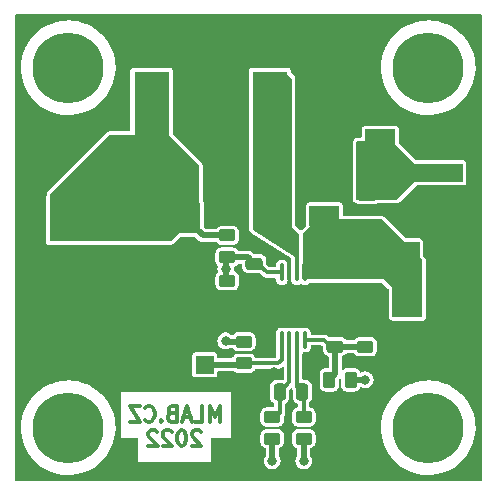
<source format=gbr>
%TF.GenerationSoftware,KiCad,Pcbnew,6.0.4-6f826c9f35~116~ubuntu20.04.1*%
%TF.CreationDate,2022-04-06T12:52:50+00:00*%
%TF.ProjectId,SOLARMINI01B,534f4c41-524d-4494-9e49-3031422e6b69,rev?*%
%TF.SameCoordinates,Original*%
%TF.FileFunction,Copper,L2,Bot*%
%TF.FilePolarity,Positive*%
%FSLAX46Y46*%
G04 Gerber Fmt 4.6, Leading zero omitted, Abs format (unit mm)*
G04 Created by KiCad (PCBNEW 6.0.4-6f826c9f35~116~ubuntu20.04.1) date 2022-04-06 12:52:50*
%MOMM*%
%LPD*%
G01*
G04 APERTURE LIST*
G04 Aperture macros list*
%AMRoundRect*
0 Rectangle with rounded corners*
0 $1 Rounding radius*
0 $2 $3 $4 $5 $6 $7 $8 $9 X,Y pos of 4 corners*
0 Add a 4 corners polygon primitive as box body*
4,1,4,$2,$3,$4,$5,$6,$7,$8,$9,$2,$3,0*
0 Add four circle primitives for the rounded corners*
1,1,$1+$1,$2,$3*
1,1,$1+$1,$4,$5*
1,1,$1+$1,$6,$7*
1,1,$1+$1,$8,$9*
0 Add four rect primitives between the rounded corners*
20,1,$1+$1,$2,$3,$4,$5,0*
20,1,$1+$1,$4,$5,$6,$7,0*
20,1,$1+$1,$6,$7,$8,$9,0*
20,1,$1+$1,$8,$9,$2,$3,0*%
G04 Aperture macros list end*
%ADD10C,0.300000*%
%TA.AperFunction,NonConductor*%
%ADD11C,0.300000*%
%TD*%
%TA.AperFunction,ComponentPad*%
%ADD12R,1.524000X1.524000*%
%TD*%
%TA.AperFunction,ComponentPad*%
%ADD13C,6.000000*%
%TD*%
%TA.AperFunction,ComponentPad*%
%ADD14R,3.810000X3.810000*%
%TD*%
%TA.AperFunction,SMDPad,CuDef*%
%ADD15R,2.550160X2.499360*%
%TD*%
%TA.AperFunction,SMDPad,CuDef*%
%ADD16RoundRect,0.250000X-0.450000X0.262500X-0.450000X-0.262500X0.450000X-0.262500X0.450000X0.262500X0*%
%TD*%
%TA.AperFunction,SMDPad,CuDef*%
%ADD17RoundRect,0.250000X0.475000X-0.250000X0.475000X0.250000X-0.475000X0.250000X-0.475000X-0.250000X0*%
%TD*%
%TA.AperFunction,SMDPad,CuDef*%
%ADD18RoundRect,0.250000X-0.250000X-0.475000X0.250000X-0.475000X0.250000X0.475000X-0.250000X0.475000X0*%
%TD*%
%TA.AperFunction,SMDPad,CuDef*%
%ADD19R,2.499360X2.550160*%
%TD*%
%TA.AperFunction,SMDPad,CuDef*%
%ADD20RoundRect,0.250000X-0.262500X-0.450000X0.262500X-0.450000X0.262500X0.450000X-0.262500X0.450000X0*%
%TD*%
%TA.AperFunction,SMDPad,CuDef*%
%ADD21RoundRect,0.250000X-0.475000X0.250000X-0.475000X-0.250000X0.475000X-0.250000X0.475000X0.250000X0*%
%TD*%
%TA.AperFunction,SMDPad,CuDef*%
%ADD22R,2.500000X1.800000*%
%TD*%
%TA.AperFunction,SMDPad,CuDef*%
%ADD23RoundRect,0.250000X-0.625000X0.312500X-0.625000X-0.312500X0.625000X-0.312500X0.625000X0.312500X0*%
%TD*%
%TA.AperFunction,SMDPad,CuDef*%
%ADD24RoundRect,0.100000X-0.100000X0.637500X-0.100000X-0.637500X0.100000X-0.637500X0.100000X0.637500X0*%
%TD*%
%TA.AperFunction,SMDPad,CuDef*%
%ADD25RoundRect,0.250000X0.450000X-0.262500X0.450000X0.262500X-0.450000X0.262500X-0.450000X-0.262500X0*%
%TD*%
%TA.AperFunction,SMDPad,CuDef*%
%ADD26R,3.000000X5.500000*%
%TD*%
%TA.AperFunction,ViaPad*%
%ADD27C,0.800000*%
%TD*%
%TA.AperFunction,Conductor*%
%ADD28C,0.500000*%
%TD*%
%TA.AperFunction,Conductor*%
%ADD29C,0.300000*%
%TD*%
G04 APERTURE END LIST*
D10*
D11*
X16300171Y4753695D02*
X16238266Y4815600D01*
X16114457Y4877504D01*
X15804933Y4877504D01*
X15681123Y4815600D01*
X15619219Y4753695D01*
X15557314Y4629885D01*
X15557314Y4506076D01*
X15619219Y4320361D01*
X16362076Y3577504D01*
X15557314Y3577504D01*
X14752552Y4877504D02*
X14628742Y4877504D01*
X14504933Y4815600D01*
X14443028Y4753695D01*
X14381123Y4629885D01*
X14319219Y4382266D01*
X14319219Y4072742D01*
X14381123Y3825123D01*
X14443028Y3701314D01*
X14504933Y3639409D01*
X14628742Y3577504D01*
X14752552Y3577504D01*
X14876361Y3639409D01*
X14938266Y3701314D01*
X15000171Y3825123D01*
X15062076Y4072742D01*
X15062076Y4382266D01*
X15000171Y4629885D01*
X14938266Y4753695D01*
X14876361Y4815600D01*
X14752552Y4877504D01*
X13823980Y4753695D02*
X13762076Y4815600D01*
X13638266Y4877504D01*
X13328742Y4877504D01*
X13204933Y4815600D01*
X13143028Y4753695D01*
X13081123Y4629885D01*
X13081123Y4506076D01*
X13143028Y4320361D01*
X13885885Y3577504D01*
X13081123Y3577504D01*
X12585885Y4753695D02*
X12523980Y4815600D01*
X12400171Y4877504D01*
X12090647Y4877504D01*
X11966838Y4815600D01*
X11904933Y4753695D01*
X11843028Y4629885D01*
X11843028Y4506076D01*
X11904933Y4320361D01*
X12647790Y3577504D01*
X11843028Y3577504D01*
D10*
D11*
X17918438Y5609504D02*
X17918438Y6909504D01*
X17485104Y5980933D01*
X17051771Y6909504D01*
X17051771Y5609504D01*
X15813676Y5609504D02*
X16432723Y5609504D01*
X16432723Y6909504D01*
X15442247Y5980933D02*
X14823200Y5980933D01*
X15566057Y5609504D02*
X15132723Y6909504D01*
X14699390Y5609504D01*
X13832723Y6290457D02*
X13647009Y6228552D01*
X13585104Y6166647D01*
X13523200Y6042838D01*
X13523200Y5857123D01*
X13585104Y5733314D01*
X13647009Y5671409D01*
X13770819Y5609504D01*
X14266057Y5609504D01*
X14266057Y6909504D01*
X13832723Y6909504D01*
X13708914Y6847600D01*
X13647009Y6785695D01*
X13585104Y6661885D01*
X13585104Y6538076D01*
X13647009Y6414266D01*
X13708914Y6352361D01*
X13832723Y6290457D01*
X14266057Y6290457D01*
X12966057Y5733314D02*
X12904152Y5671409D01*
X12966057Y5609504D01*
X13027961Y5671409D01*
X12966057Y5733314D01*
X12966057Y5609504D01*
X11604152Y5733314D02*
X11666057Y5671409D01*
X11851771Y5609504D01*
X11975580Y5609504D01*
X12161295Y5671409D01*
X12285104Y5795219D01*
X12347009Y5919028D01*
X12408914Y6166647D01*
X12408914Y6352361D01*
X12347009Y6599980D01*
X12285104Y6723790D01*
X12161295Y6847600D01*
X11975580Y6909504D01*
X11851771Y6909504D01*
X11666057Y6847600D01*
X11604152Y6785695D01*
X11170819Y6909504D02*
X10304152Y6909504D01*
X11170819Y5609504D01*
X10304152Y5609504D01*
D12*
%TO.P,J3,1*%
%TO.N,Net-(J3-Pad1)*%
X16637000Y10414000D03*
%TD*%
D13*
%TO.P,M2,1*%
%TO.N,unconnected-(M2-Pad1)*%
X5080000Y5080000D03*
%TD*%
%TO.P,M1,1*%
%TO.N,unconnected-(M1-Pad1)*%
X5080000Y35560000D03*
%TD*%
%TO.P,M4,1*%
%TO.N,unconnected-(M4-Pad1)*%
X35560000Y5080000D03*
%TD*%
D14*
%TO.P,J2,1,P1*%
%TO.N,GND*%
X5414000Y17653000D03*
X10414000Y17653000D03*
%TD*%
%TO.P,J1,1,P1*%
%TO.N,/PV+*%
X10414000Y22733000D03*
X5414000Y22733000D03*
%TD*%
D13*
%TO.P,M3,1*%
%TO.N,unconnected-(M3-Pad1)*%
X35560000Y35560000D03*
%TD*%
D12*
%TO.P,J4,1*%
%TO.N,GND*%
X37719000Y24130000D03*
%TO.P,J4,2*%
X35179000Y24130000D03*
%TO.P,J4,3*%
%TO.N,Net-(C7-Pad1)*%
X37719000Y26670000D03*
%TO.P,J4,4*%
X35179000Y26670000D03*
%TO.P,J4,5*%
%TO.N,GND*%
X37719000Y29210000D03*
%TO.P,J4,6*%
X35179000Y29210000D03*
%TD*%
D15*
%TO.P,C7,1*%
%TO.N,Net-(C7-Pad1)*%
X31496000Y29083000D03*
%TO.P,C7,2*%
%TO.N,GND*%
X26446480Y29083000D03*
%TD*%
D16*
%TO.P,R1,1*%
%TO.N,/PV+*%
X18542000Y21359500D03*
%TO.P,R1,2*%
%TO.N,Net-(C2-Pad1)*%
X18542000Y19534500D03*
%TD*%
D17*
%TO.P,C8,1*%
%TO.N,Net-(C8-Pad1)*%
X27686000Y11938000D03*
%TO.P,C8,2*%
%TO.N,GND*%
X27686000Y13838000D03*
%TD*%
D18*
%TO.P,C3,1*%
%TO.N,Net-(C3-Pad1)*%
X22992000Y8128000D03*
%TO.P,C3,2*%
%TO.N,Net-(C3-Pad2)*%
X24892000Y8128000D03*
%TD*%
D16*
%TO.P,R8,1*%
%TO.N,GND*%
X30226000Y13763000D03*
%TO.P,R8,2*%
%TO.N,Net-(C8-Pad1)*%
X30226000Y11938000D03*
%TD*%
D19*
%TO.P,C1,1*%
%TO.N,/PV+*%
X14986000Y22844760D03*
%TO.P,C1,2*%
%TO.N,GND*%
X14986000Y17795240D03*
%TD*%
D20*
%TO.P,R7,1*%
%TO.N,Net-(C8-Pad1)*%
X27178000Y9144000D03*
%TO.P,R7,2*%
%TO.N,Net-(C7-Pad1)*%
X29003000Y9144000D03*
%TD*%
D21*
%TO.P,C4,1*%
%TO.N,Net-(C4-Pad1)*%
X27686000Y18283000D03*
%TO.P,C4,2*%
%TO.N,GND*%
X27686000Y16383000D03*
%TD*%
%TO.P,C5,1*%
%TO.N,Net-(C4-Pad1)*%
X30099000Y18222000D03*
%TO.P,C5,2*%
%TO.N,GND*%
X30099000Y16322000D03*
%TD*%
D22*
%TO.P,D2,1,K*%
%TO.N,Net-(C4-Pad1)*%
X33560000Y19939000D03*
%TO.P,D2,2,A*%
%TO.N,GND*%
X37560000Y19939000D03*
%TD*%
D23*
%TO.P,R6,1*%
%TO.N,Net-(C7-Pad1)*%
X30353000Y24896000D03*
%TO.P,R6,2*%
%TO.N,Net-(C4-Pad1)*%
X30353000Y21971000D03*
%TD*%
D22*
%TO.P,D1,1,K*%
%TO.N,Net-(C4-Pad1)*%
X26765000Y22987000D03*
%TO.P,D1,2,A*%
%TO.N,Net-(D1-Pad2)*%
X22765000Y22987000D03*
%TD*%
D16*
%TO.P,R2,1*%
%TO.N,Net-(C2-Pad1)*%
X18542000Y17526000D03*
%TO.P,R2,2*%
%TO.N,GND*%
X18542000Y15701000D03*
%TD*%
D24*
%TO.P,U1,1,MPP-SET*%
%TO.N,Net-(C2-Pad1)*%
X23155000Y18229500D03*
%TO.P,U1,2,GND*%
%TO.N,GND*%
X23805000Y18229500D03*
%TO.P,U1,3,LX*%
%TO.N,Net-(D1-Pad2)*%
X24455000Y18229500D03*
%TO.P,U1,4,VOUT*%
%TO.N,Net-(C4-Pad1)*%
X25105000Y18229500D03*
%TO.P,U1,5,VCTRL*%
%TO.N,Net-(C8-Pad1)*%
X25105000Y12504500D03*
%TO.P,U1,6,ICTRL-*%
%TO.N,Net-(C3-Pad2)*%
X24455000Y12504500D03*
%TO.P,U1,7,ICTRL+*%
%TO.N,Net-(C3-Pad1)*%
X23805000Y12504500D03*
%TO.P,U1,8,XSHUT*%
%TO.N,Net-(J3-Pad1)*%
X23155000Y12504500D03*
%TD*%
D16*
%TO.P,R5,1*%
%TO.N,Net-(C3-Pad2)*%
X25019000Y5992500D03*
%TO.P,R5,2*%
%TO.N,Net-(C7-Pad1)*%
X25019000Y4167500D03*
%TD*%
D25*
%TO.P,R3,1*%
%TO.N,Net-(J3-Pad1)*%
X19939000Y10541000D03*
%TO.P,R3,2*%
%TO.N,Net-(C2-Pad1)*%
X19939000Y12366000D03*
%TD*%
D16*
%TO.P,R4,1*%
%TO.N,Net-(C3-Pad1)*%
X22352000Y5992500D03*
%TO.P,R4,2*%
%TO.N,Net-(C4-Pad1)*%
X22352000Y4167500D03*
%TD*%
D21*
%TO.P,C2,1*%
%TO.N,Net-(C2-Pad1)*%
X20828000Y18984000D03*
%TO.P,C2,2*%
%TO.N,GND*%
X20828000Y17084000D03*
%TD*%
D19*
%TO.P,C6,1*%
%TO.N,Net-(C4-Pad1)*%
X33782000Y15732760D03*
%TO.P,C6,2*%
%TO.N,GND*%
X33782000Y10683240D03*
%TD*%
D26*
%TO.P,L1,1*%
%TO.N,/PV+*%
X12145000Y32512000D03*
%TO.P,L1,2*%
%TO.N,Net-(D1-Pad2)*%
X22145000Y32512000D03*
%TD*%
D27*
%TO.N,GND*%
X36169600Y10769600D03*
X17145000Y27686000D03*
X37719000Y17399000D03*
X15621000Y32639000D03*
X38100000Y21844000D03*
X25273000Y31623000D03*
X17399000Y23114000D03*
X28448000Y31623000D03*
X21336000Y14224000D03*
X13716000Y15240000D03*
X16637000Y15240000D03*
X27686000Y26670000D03*
X32512000Y23368000D03*
X27686000Y15113000D03*
X20472400Y7162800D03*
X19431000Y25400000D03*
X17272000Y25400000D03*
X15621000Y29845000D03*
X34036000Y12954000D03*
X35433000Y12954000D03*
X10287000Y14224000D03*
X21717000Y15494000D03*
X4445000Y14224000D03*
X31343600Y10312400D03*
X19558000Y23114000D03*
X20574000Y5334000D03*
X20320000Y15494000D03*
X26162000Y26670000D03*
X28321000Y25400000D03*
X29616400Y5384800D03*
X31496000Y15113000D03*
X36474400Y14173200D03*
X27889200Y3302000D03*
X19685000Y14351000D03*
X22479000Y9779000D03*
X25654000Y10922000D03*
X34290000Y21971000D03*
X38862000Y17399000D03*
X31394400Y7975600D03*
X32766000Y12954000D03*
X31623000Y16510000D03*
X26416000Y15113000D03*
X18897600Y8991600D03*
X21082000Y8890000D03*
X19304000Y32766000D03*
X15240000Y15240000D03*
X26797000Y31623000D03*
X20828000Y20574000D03*
X19304000Y27940000D03*
X7874000Y14224000D03*
X19304000Y29845000D03*
X26162000Y25400000D03*
X21691600Y12344400D03*
X25654000Y9652000D03*
X20523200Y3657600D03*
X36068000Y21844000D03*
X6096000Y14224000D03*
X22225000Y19812000D03*
X36474400Y15798800D03*
X36322000Y17399000D03*
%TO.N,Net-(C2-Pad1)*%
X18415000Y12446000D03*
X18415000Y18542000D03*
%TO.N,Net-(C4-Pad1)*%
X22352000Y2286000D03*
X28956000Y20574000D03*
%TO.N,Net-(C7-Pad1)*%
X30226000Y9144000D03*
X30226000Y26416000D03*
X25019000Y2286000D03*
%TD*%
D28*
%TO.N,/PV+*%
X18542000Y21359500D02*
X16471260Y21359500D01*
X16471260Y21359500D02*
X14986000Y22844760D01*
%TO.N,Net-(C2-Pad1)*%
X18415000Y18542000D02*
X18415000Y19407500D01*
X20277500Y19534500D02*
X20828000Y18984000D01*
X18415000Y18542000D02*
X18415000Y17653000D01*
D29*
X21902500Y18229500D02*
X23155000Y18229500D01*
D28*
X19939000Y12366000D02*
X18495000Y12366000D01*
X18542000Y19534500D02*
X20277500Y19534500D01*
X18415000Y19407500D02*
X18542000Y19534500D01*
X18415000Y17653000D02*
X18542000Y17526000D01*
X18495000Y12366000D02*
X18415000Y12446000D01*
D29*
X21148000Y18984000D02*
X21902500Y18229500D01*
X20828000Y18984000D02*
X21148000Y18984000D01*
%TO.N,Net-(C3-Pad1)*%
X22992000Y6355000D02*
X22629500Y5992500D01*
X22629500Y5992500D02*
X22352000Y5992500D01*
X23805000Y12504500D02*
X23805000Y8941000D01*
X22992000Y8128000D02*
X22992000Y6355000D01*
X23805000Y8941000D02*
X22992000Y8128000D01*
%TO.N,Net-(C3-Pad2)*%
X24455000Y12504500D02*
X24455000Y8565000D01*
X25019000Y8001000D02*
X24892000Y8128000D01*
X25019000Y5992500D02*
X25019000Y8001000D01*
X24455000Y8565000D02*
X24892000Y8128000D01*
D28*
%TO.N,Net-(C4-Pad1)*%
X26765000Y22987000D02*
X26765000Y22765000D01*
X22352000Y2286000D02*
X22352000Y4167500D01*
X26765000Y22765000D02*
X28956000Y20574000D01*
%TO.N,Net-(C7-Pad1)*%
X25019000Y2286000D02*
X25019000Y4167500D01*
X30353000Y26289000D02*
X30226000Y26416000D01*
X30353000Y24896000D02*
X30353000Y26289000D01*
X29003000Y9144000D02*
X30226000Y9144000D01*
D29*
%TO.N,Net-(C8-Pad1)*%
X26738500Y12504500D02*
X25105000Y12504500D01*
D28*
X27686000Y11938000D02*
X27686000Y9652000D01*
X30226000Y11938000D02*
X27686000Y11938000D01*
D29*
X27686000Y11938000D02*
X27305000Y11938000D01*
X27305000Y11938000D02*
X26738500Y12504500D01*
D28*
X27686000Y9652000D02*
X27178000Y9144000D01*
D29*
%TO.N,Net-(J3-Pad1)*%
X23155000Y12504500D02*
X23155000Y10836000D01*
D28*
X16637000Y10414000D02*
X19812000Y10414000D01*
D29*
X22860000Y10541000D02*
X19939000Y10541000D01*
X23155000Y10836000D02*
X22860000Y10541000D01*
D28*
X19812000Y10414000D02*
X19939000Y10541000D01*
%TD*%
%TA.AperFunction,Conductor*%
%TO.N,GND*%
G36*
X40045191Y40067093D02*
G01*
X40081155Y40017593D01*
X40086000Y39987000D01*
X40086000Y653000D01*
X40067093Y594809D01*
X40017593Y558845D01*
X39987000Y554000D01*
X653000Y554000D01*
X594809Y572907D01*
X558845Y622407D01*
X554000Y653000D01*
X554000Y5135923D01*
X1075065Y5135923D01*
X1088722Y4744843D01*
X1140477Y4356962D01*
X1229834Y3975983D01*
X1355943Y3605542D01*
X1356940Y3603345D01*
X1356942Y3603339D01*
X1426097Y3450888D01*
X1517598Y3249174D01*
X1713258Y2910283D01*
X1714661Y2908323D01*
X1714667Y2908314D01*
X1917976Y2624335D01*
X1941053Y2592101D01*
X2198810Y2297667D01*
X2200570Y2296014D01*
X2200577Y2296007D01*
X2322822Y2181212D01*
X2484069Y2029792D01*
X2485981Y2028320D01*
X2485984Y2028317D01*
X2792189Y1792508D01*
X2794107Y1791031D01*
X2796159Y1789749D01*
X3123915Y1584943D01*
X3123920Y1584940D01*
X3125964Y1583663D01*
X3128128Y1582589D01*
X3128133Y1582586D01*
X3474306Y1410744D01*
X3476472Y1409669D01*
X3842287Y1270710D01*
X4219915Y1168110D01*
X4605754Y1102850D01*
X4608162Y1102682D01*
X4608167Y1102681D01*
X4993714Y1075721D01*
X4993718Y1075721D01*
X4996119Y1075553D01*
X4998525Y1075620D01*
X4998535Y1075620D01*
X5384863Y1086412D01*
X5384870Y1086413D01*
X5387285Y1086480D01*
X5775517Y1135525D01*
X5777870Y1136060D01*
X5777878Y1136061D01*
X6154762Y1221687D01*
X6154768Y1221689D01*
X6157111Y1222221D01*
X6528424Y1345740D01*
X6885911Y1504904D01*
X7226160Y1698192D01*
X7231743Y1702130D01*
X7543949Y1922368D01*
X7545924Y1923761D01*
X7547743Y1925331D01*
X7547748Y1925335D01*
X7840321Y2177877D01*
X7840324Y2177880D01*
X7842150Y2179456D01*
X7843815Y2181204D01*
X7843823Y2181212D01*
X7977080Y2321147D01*
X8112011Y2462838D01*
X8352931Y2771201D01*
X8354225Y2773241D01*
X8354232Y2773250D01*
X8561310Y3099553D01*
X8561313Y3099558D01*
X8562610Y3101602D01*
X8739046Y3450888D01*
X8880557Y3815723D01*
X8985790Y4192626D01*
X8995247Y4246255D01*
X8996101Y4251100D01*
X9518438Y4251100D01*
X10896410Y4251100D01*
X10954601Y4232193D01*
X10990565Y4182693D01*
X10995410Y4152100D01*
X10995410Y2219100D01*
X17147791Y2219100D01*
X17147791Y3862228D01*
X21351500Y3862228D01*
X21362364Y3772453D01*
X21417887Y3632217D01*
X21421967Y3626842D01*
X21421968Y3626840D01*
X21504995Y3517457D01*
X21509078Y3512078D01*
X21514457Y3507995D01*
X21623840Y3424968D01*
X21623842Y3424967D01*
X21629217Y3420887D01*
X21635492Y3418403D01*
X21635493Y3418402D01*
X21738944Y3377443D01*
X21786088Y3338442D01*
X21801500Y3285395D01*
X21801500Y2752336D01*
X21783497Y2695411D01*
X21730113Y2619453D01*
X21668524Y2461487D01*
X21646394Y2293389D01*
X21647049Y2287456D01*
X21647049Y2287452D01*
X21654595Y2219100D01*
X21664999Y2124865D01*
X21723266Y1965644D01*
X21726591Y1960695D01*
X21726592Y1960694D01*
X21739689Y1941204D01*
X21817830Y1824917D01*
X21943233Y1710809D01*
X22092235Y1629908D01*
X22127189Y1620738D01*
X22250464Y1588397D01*
X22250468Y1588396D01*
X22256233Y1586884D01*
X22262194Y1586790D01*
X22262197Y1586790D01*
X22340965Y1585553D01*
X22425760Y1584221D01*
X22431575Y1585553D01*
X22431577Y1585553D01*
X22585206Y1620738D01*
X22585209Y1620739D01*
X22591029Y1622072D01*
X22606610Y1629908D01*
X22737165Y1695571D01*
X22742498Y1698253D01*
X22747035Y1702128D01*
X22747038Y1702130D01*
X22866888Y1804492D01*
X22866891Y1804495D01*
X22871423Y1808366D01*
X22970361Y1946053D01*
X23003432Y2028317D01*
X23031377Y2097833D01*
X23031378Y2097835D01*
X23033601Y2103366D01*
X23037505Y2130796D01*
X23057034Y2268015D01*
X23057034Y2268021D01*
X23057490Y2271222D01*
X23057645Y2286000D01*
X23037276Y2454320D01*
X22977345Y2612923D01*
X22969502Y2624335D01*
X22919912Y2696489D01*
X22902500Y2752563D01*
X22902500Y3285395D01*
X22921407Y3343586D01*
X22965056Y3377443D01*
X23068507Y3418402D01*
X23068508Y3418403D01*
X23074783Y3420887D01*
X23080158Y3424967D01*
X23080160Y3424968D01*
X23189543Y3507995D01*
X23194922Y3512078D01*
X23199005Y3517457D01*
X23282032Y3626840D01*
X23282033Y3626842D01*
X23286113Y3632217D01*
X23341636Y3772453D01*
X23352500Y3862228D01*
X24018500Y3862228D01*
X24029364Y3772453D01*
X24084887Y3632217D01*
X24088967Y3626842D01*
X24088968Y3626840D01*
X24171995Y3517457D01*
X24176078Y3512078D01*
X24181457Y3507995D01*
X24290840Y3424968D01*
X24290842Y3424967D01*
X24296217Y3420887D01*
X24302492Y3418403D01*
X24302493Y3418402D01*
X24405944Y3377443D01*
X24453088Y3338442D01*
X24468500Y3285395D01*
X24468500Y2752336D01*
X24450497Y2695411D01*
X24397113Y2619453D01*
X24335524Y2461487D01*
X24313394Y2293389D01*
X24314049Y2287456D01*
X24314049Y2287452D01*
X24321595Y2219100D01*
X24331999Y2124865D01*
X24390266Y1965644D01*
X24393591Y1960695D01*
X24393592Y1960694D01*
X24406689Y1941204D01*
X24484830Y1824917D01*
X24610233Y1710809D01*
X24759235Y1629908D01*
X24794189Y1620738D01*
X24917464Y1588397D01*
X24917468Y1588396D01*
X24923233Y1586884D01*
X24929194Y1586790D01*
X24929197Y1586790D01*
X25007965Y1585553D01*
X25092760Y1584221D01*
X25098575Y1585553D01*
X25098577Y1585553D01*
X25252206Y1620738D01*
X25252209Y1620739D01*
X25258029Y1622072D01*
X25273610Y1629908D01*
X25404165Y1695571D01*
X25409498Y1698253D01*
X25414035Y1702128D01*
X25414038Y1702130D01*
X25533888Y1804492D01*
X25533891Y1804495D01*
X25538423Y1808366D01*
X25637361Y1946053D01*
X25670432Y2028317D01*
X25698377Y2097833D01*
X25698378Y2097835D01*
X25700601Y2103366D01*
X25704505Y2130796D01*
X25724034Y2268015D01*
X25724034Y2268021D01*
X25724490Y2271222D01*
X25724645Y2286000D01*
X25704276Y2454320D01*
X25644345Y2612923D01*
X25636502Y2624335D01*
X25586912Y2696489D01*
X25569500Y2752563D01*
X25569500Y3285395D01*
X25588407Y3343586D01*
X25632056Y3377443D01*
X25735507Y3418402D01*
X25735508Y3418403D01*
X25741783Y3420887D01*
X25747158Y3424967D01*
X25747160Y3424968D01*
X25856543Y3507995D01*
X25861922Y3512078D01*
X25866005Y3517457D01*
X25949032Y3626840D01*
X25949033Y3626842D01*
X25953113Y3632217D01*
X26008636Y3772453D01*
X26019500Y3862228D01*
X26019500Y4472772D01*
X26008636Y4562547D01*
X25953113Y4702783D01*
X25923006Y4742448D01*
X25866005Y4817543D01*
X25861922Y4822922D01*
X25856543Y4827005D01*
X25747160Y4910032D01*
X25747158Y4910033D01*
X25741783Y4914113D01*
X25601547Y4969636D01*
X25511772Y4980500D01*
X24526228Y4980500D01*
X24436453Y4969636D01*
X24296217Y4914113D01*
X24290842Y4910033D01*
X24290840Y4910032D01*
X24181457Y4827005D01*
X24176078Y4822922D01*
X24171995Y4817543D01*
X24114995Y4742448D01*
X24084887Y4702783D01*
X24029364Y4562547D01*
X24018500Y4472772D01*
X24018500Y3862228D01*
X23352500Y3862228D01*
X23352500Y4472772D01*
X23341636Y4562547D01*
X23286113Y4702783D01*
X23256006Y4742448D01*
X23199005Y4817543D01*
X23194922Y4822922D01*
X23189543Y4827005D01*
X23080160Y4910032D01*
X23080158Y4910033D01*
X23074783Y4914113D01*
X22934547Y4969636D01*
X22844772Y4980500D01*
X21859228Y4980500D01*
X21769453Y4969636D01*
X21629217Y4914113D01*
X21623842Y4910033D01*
X21623840Y4910032D01*
X21514457Y4827005D01*
X21509078Y4822922D01*
X21504995Y4817543D01*
X21447995Y4742448D01*
X21417887Y4702783D01*
X21362364Y4562547D01*
X21351500Y4472772D01*
X21351500Y3862228D01*
X17147791Y3862228D01*
X17147791Y4152100D01*
X17166698Y4210291D01*
X17216198Y4246255D01*
X17246791Y4251100D01*
X18827962Y4251100D01*
X18827962Y5135923D01*
X31555065Y5135923D01*
X31568722Y4744843D01*
X31620477Y4356962D01*
X31709834Y3975983D01*
X31835943Y3605542D01*
X31836940Y3603345D01*
X31836942Y3603339D01*
X31906097Y3450888D01*
X31997598Y3249174D01*
X32193258Y2910283D01*
X32194661Y2908323D01*
X32194667Y2908314D01*
X32397976Y2624335D01*
X32421053Y2592101D01*
X32678810Y2297667D01*
X32680570Y2296014D01*
X32680577Y2296007D01*
X32802822Y2181212D01*
X32964069Y2029792D01*
X32965981Y2028320D01*
X32965984Y2028317D01*
X33272189Y1792508D01*
X33274107Y1791031D01*
X33276159Y1789749D01*
X33603915Y1584943D01*
X33603920Y1584940D01*
X33605964Y1583663D01*
X33608128Y1582589D01*
X33608133Y1582586D01*
X33954306Y1410744D01*
X33956472Y1409669D01*
X34322287Y1270710D01*
X34699915Y1168110D01*
X35085754Y1102850D01*
X35088162Y1102682D01*
X35088167Y1102681D01*
X35473714Y1075721D01*
X35473718Y1075721D01*
X35476119Y1075553D01*
X35478525Y1075620D01*
X35478535Y1075620D01*
X35864863Y1086412D01*
X35864870Y1086413D01*
X35867285Y1086480D01*
X36255517Y1135525D01*
X36257870Y1136060D01*
X36257878Y1136061D01*
X36634762Y1221687D01*
X36634768Y1221689D01*
X36637111Y1222221D01*
X37008424Y1345740D01*
X37365911Y1504904D01*
X37706160Y1698192D01*
X37711743Y1702130D01*
X38023949Y1922368D01*
X38025924Y1923761D01*
X38027743Y1925331D01*
X38027748Y1925335D01*
X38320321Y2177877D01*
X38320324Y2177880D01*
X38322150Y2179456D01*
X38323815Y2181204D01*
X38323823Y2181212D01*
X38457081Y2321147D01*
X38592011Y2462838D01*
X38832931Y2771201D01*
X38834225Y2773241D01*
X38834232Y2773250D01*
X39041310Y3099553D01*
X39041313Y3099558D01*
X39042610Y3101602D01*
X39219046Y3450888D01*
X39360557Y3815723D01*
X39465790Y4192626D01*
X39475247Y4246255D01*
X39533321Y4575611D01*
X39533322Y4575616D01*
X39533742Y4578000D01*
X39563763Y4968165D01*
X39565325Y5080000D01*
X39546209Y5470851D01*
X39537645Y5528845D01*
X39489398Y5855577D01*
X39489397Y5855584D01*
X39489044Y5857972D01*
X39394376Y6237666D01*
X39263107Y6606311D01*
X39262081Y6608492D01*
X39262077Y6608501D01*
X39171929Y6800074D01*
X39096492Y6960386D01*
X38896120Y7296513D01*
X38894692Y7298449D01*
X38894686Y7298459D01*
X38665333Y7609546D01*
X38663905Y7611483D01*
X38662299Y7613267D01*
X38662293Y7613274D01*
X38403679Y7900492D01*
X38402061Y7902289D01*
X38357144Y7943304D01*
X38114878Y8164524D01*
X38114870Y8164530D01*
X38113090Y8166156D01*
X37922708Y8308580D01*
X37801696Y8399109D01*
X37801689Y8399114D01*
X37799749Y8400565D01*
X37664039Y8482754D01*
X37467096Y8602027D01*
X37467093Y8602029D01*
X37465030Y8603278D01*
X37462858Y8604318D01*
X37462850Y8604323D01*
X37114310Y8771316D01*
X37114303Y8771319D01*
X37112126Y8772362D01*
X36744407Y8906200D01*
X36742081Y8906797D01*
X36742072Y8906800D01*
X36367711Y9002919D01*
X36365382Y9003517D01*
X36208149Y9027858D01*
X35981057Y9063014D01*
X35981046Y9063015D01*
X35978670Y9063383D01*
X35976261Y9063518D01*
X35976258Y9063518D01*
X35590381Y9085092D01*
X35590376Y9085092D01*
X35587962Y9085227D01*
X35196987Y9068841D01*
X34809477Y9014380D01*
X34710947Y8990543D01*
X34431485Y8922934D01*
X34431475Y8922931D01*
X34429131Y8922364D01*
X34380348Y8905376D01*
X34061858Y8794467D01*
X34061851Y8794464D01*
X34059579Y8793673D01*
X34057391Y8792662D01*
X33775679Y8662492D01*
X33704349Y8629533D01*
X33537112Y8531416D01*
X33368915Y8432736D01*
X33368910Y8432733D01*
X33366831Y8431513D01*
X33364887Y8430100D01*
X33364880Y8430096D01*
X33173978Y8291397D01*
X33050248Y8201502D01*
X32757621Y7941695D01*
X32755980Y7939923D01*
X32755973Y7939916D01*
X32631995Y7806031D01*
X32491743Y7654573D01*
X32490280Y7652645D01*
X32490272Y7652636D01*
X32394733Y7526767D01*
X32255152Y7342876D01*
X32226629Y7296513D01*
X32058182Y7022705D01*
X32050107Y7009580D01*
X32049055Y7007423D01*
X32049050Y7007414D01*
X31950570Y6805500D01*
X31878564Y6657865D01*
X31877725Y6655609D01*
X31743536Y6294784D01*
X31742162Y6291090D01*
X31642201Y5912754D01*
X31579637Y5526469D01*
X31555065Y5135923D01*
X18827962Y5135923D01*
X18827962Y8144100D01*
X9518438Y8144100D01*
X9518438Y4251100D01*
X8996101Y4251100D01*
X9053321Y4575611D01*
X9053322Y4575616D01*
X9053742Y4578000D01*
X9083763Y4968165D01*
X9085325Y5080000D01*
X9066209Y5470851D01*
X9057645Y5528845D01*
X9009398Y5855577D01*
X9009397Y5855584D01*
X9009044Y5857972D01*
X8914376Y6237666D01*
X8783107Y6606311D01*
X8782081Y6608492D01*
X8782077Y6608501D01*
X8691929Y6800074D01*
X8616492Y6960386D01*
X8416120Y7296513D01*
X8414692Y7298449D01*
X8414686Y7298459D01*
X8185333Y7609546D01*
X8183905Y7611483D01*
X8182299Y7613267D01*
X8182293Y7613274D01*
X7923679Y7900492D01*
X7922061Y7902289D01*
X7877144Y7943304D01*
X7634878Y8164524D01*
X7634870Y8164530D01*
X7633090Y8166156D01*
X7442708Y8308580D01*
X7321696Y8399109D01*
X7321689Y8399114D01*
X7319749Y8400565D01*
X7184039Y8482754D01*
X6987096Y8602027D01*
X6987093Y8602029D01*
X6985030Y8603278D01*
X6982858Y8604318D01*
X6982850Y8604323D01*
X6634310Y8771316D01*
X6634303Y8771319D01*
X6632126Y8772362D01*
X6264407Y8906200D01*
X6262081Y8906797D01*
X6262072Y8906800D01*
X5887711Y9002919D01*
X5885382Y9003517D01*
X5728149Y9027858D01*
X5501057Y9063014D01*
X5501046Y9063015D01*
X5498670Y9063383D01*
X5496261Y9063518D01*
X5496258Y9063518D01*
X5110381Y9085092D01*
X5110376Y9085092D01*
X5107962Y9085227D01*
X4716987Y9068841D01*
X4329477Y9014380D01*
X4230947Y8990543D01*
X3951485Y8922934D01*
X3951475Y8922931D01*
X3949131Y8922364D01*
X3900348Y8905376D01*
X3581858Y8794467D01*
X3581851Y8794464D01*
X3579579Y8793673D01*
X3577391Y8792662D01*
X3295679Y8662492D01*
X3224349Y8629533D01*
X3057112Y8531416D01*
X2888915Y8432736D01*
X2888910Y8432733D01*
X2886831Y8431513D01*
X2884887Y8430100D01*
X2884880Y8430096D01*
X2693978Y8291397D01*
X2570248Y8201502D01*
X2277621Y7941695D01*
X2275980Y7939923D01*
X2275973Y7939916D01*
X2151995Y7806031D01*
X2011743Y7654573D01*
X2010280Y7652645D01*
X2010272Y7652636D01*
X1914733Y7526767D01*
X1775152Y7342876D01*
X1746629Y7296513D01*
X1578182Y7022705D01*
X1570107Y7009580D01*
X1569055Y7007423D01*
X1569050Y7007414D01*
X1470570Y6805500D01*
X1398564Y6657865D01*
X1397725Y6655609D01*
X1263536Y6294784D01*
X1262162Y6291090D01*
X1162201Y5912754D01*
X1099637Y5526469D01*
X1075065Y5135923D01*
X554000Y5135923D01*
X554000Y9607354D01*
X15574500Y9607354D01*
X15577618Y9581154D01*
X15623061Y9478847D01*
X15629529Y9472390D01*
X15629530Y9472389D01*
X15663002Y9438976D01*
X15702287Y9399759D01*
X15710645Y9396064D01*
X15797864Y9357504D01*
X15797866Y9357504D01*
X15804673Y9354494D01*
X15812067Y9353632D01*
X15827378Y9351847D01*
X15830354Y9351500D01*
X17443646Y9351500D01*
X17461561Y9353632D01*
X17462469Y9353740D01*
X17462470Y9353740D01*
X17469846Y9354618D01*
X17572153Y9400061D01*
X17651241Y9479287D01*
X17696506Y9581673D01*
X17699500Y9607354D01*
X17699500Y9764500D01*
X17718407Y9822691D01*
X17767907Y9858655D01*
X17798500Y9863500D01*
X19091847Y9863500D01*
X19151702Y9843356D01*
X19210836Y9798470D01*
X19210843Y9798466D01*
X19216217Y9794387D01*
X19356453Y9738864D01*
X19446228Y9728000D01*
X20431772Y9728000D01*
X20521547Y9738864D01*
X20661783Y9794387D01*
X20667158Y9798467D01*
X20667160Y9798468D01*
X20776543Y9881495D01*
X20781922Y9885578D01*
X20873113Y10005717D01*
X20881913Y10027943D01*
X20920913Y10075088D01*
X20973961Y10090500D01*
X22827373Y10090500D01*
X22839009Y10089814D01*
X22874310Y10085636D01*
X22881586Y10086965D01*
X22881589Y10086965D01*
X22912288Y10092572D01*
X22932430Y10096251D01*
X22935476Y10096758D01*
X22993962Y10105551D01*
X23000475Y10108679D01*
X23007573Y10109975D01*
X23059982Y10137199D01*
X23062762Y10138588D01*
X23109408Y10160987D01*
X23109411Y10160989D01*
X23116079Y10164191D01*
X23120521Y10168297D01*
X23122781Y10169820D01*
X23127788Y10172421D01*
X23132828Y10176725D01*
X23170460Y10214357D01*
X23173263Y10217051D01*
X23188299Y10230950D01*
X23243864Y10256566D01*
X23303874Y10244629D01*
X23345406Y10199699D01*
X23354500Y10158252D01*
X23354500Y9252500D01*
X23335593Y9194309D01*
X23286093Y9158345D01*
X23255500Y9153500D01*
X22699228Y9153500D01*
X22609453Y9142636D01*
X22469217Y9087113D01*
X22463842Y9083033D01*
X22463840Y9083032D01*
X22437954Y9063383D01*
X22349078Y8995922D01*
X22344995Y8990543D01*
X22293677Y8922934D01*
X22257887Y8875783D01*
X22202364Y8735547D01*
X22191500Y8645772D01*
X22191500Y7610228D01*
X22202364Y7520453D01*
X22257887Y7380217D01*
X22261967Y7374842D01*
X22261968Y7374840D01*
X22319945Y7298459D01*
X22349078Y7260078D01*
X22354457Y7255995D01*
X22463840Y7172968D01*
X22463842Y7172967D01*
X22469217Y7168887D01*
X22475493Y7166402D01*
X22475495Y7166401D01*
X22478943Y7165036D01*
X22481133Y7163224D01*
X22481373Y7163089D01*
X22481349Y7163046D01*
X22526088Y7126036D01*
X22541500Y7072988D01*
X22541500Y6904500D01*
X22522593Y6846309D01*
X22473093Y6810345D01*
X22442500Y6805500D01*
X21859228Y6805500D01*
X21769453Y6794636D01*
X21629217Y6739113D01*
X21623842Y6735033D01*
X21623840Y6735032D01*
X21525024Y6660026D01*
X21509078Y6647922D01*
X21504995Y6642543D01*
X21479156Y6608501D01*
X21417887Y6527783D01*
X21362364Y6387547D01*
X21351500Y6297772D01*
X21351500Y5687228D01*
X21362364Y5597453D01*
X21391420Y5524065D01*
X21413442Y5468445D01*
X21417887Y5457217D01*
X21509078Y5337078D01*
X21514457Y5332995D01*
X21623840Y5249968D01*
X21623842Y5249967D01*
X21629217Y5245887D01*
X21769453Y5190364D01*
X21859228Y5179500D01*
X22844772Y5179500D01*
X22934547Y5190364D01*
X23074783Y5245887D01*
X23080158Y5249967D01*
X23080160Y5249968D01*
X23189543Y5332995D01*
X23194922Y5337078D01*
X23286113Y5457217D01*
X23290559Y5468445D01*
X23312580Y5524065D01*
X23341636Y5597453D01*
X23352500Y5687228D01*
X23352500Y6052174D01*
X23371867Y6110992D01*
X23390236Y6135861D01*
X23390237Y6135863D01*
X23394634Y6141816D01*
X23397027Y6148632D01*
X23401131Y6154569D01*
X23418956Y6210929D01*
X23419918Y6213814D01*
X23439519Y6269631D01*
X23439756Y6275673D01*
X23440277Y6278347D01*
X23441980Y6283730D01*
X23442500Y6290337D01*
X23442500Y6343541D01*
X23442576Y6347428D01*
X23444152Y6387547D01*
X23444838Y6404994D01*
X23443041Y6411773D01*
X23442500Y6421593D01*
X23442500Y7072988D01*
X23461407Y7131179D01*
X23505057Y7165036D01*
X23508505Y7166401D01*
X23508507Y7166402D01*
X23514783Y7168887D01*
X23520158Y7172967D01*
X23520160Y7172968D01*
X23629543Y7255995D01*
X23634922Y7260078D01*
X23664055Y7298459D01*
X23722032Y7374840D01*
X23722033Y7374842D01*
X23726113Y7380217D01*
X23781636Y7520453D01*
X23792500Y7610228D01*
X23792500Y8250389D01*
X23811407Y8308580D01*
X23821496Y8320393D01*
X23892366Y8391263D01*
X23946883Y8419040D01*
X24007315Y8409469D01*
X24050223Y8366897D01*
X24051212Y8364993D01*
X24052588Y8362238D01*
X24078191Y8308920D01*
X24076899Y8308300D01*
X24091500Y8260838D01*
X24091500Y7610228D01*
X24102364Y7520453D01*
X24157887Y7380217D01*
X24161967Y7374842D01*
X24161968Y7374840D01*
X24219945Y7298459D01*
X24249078Y7260078D01*
X24254457Y7255995D01*
X24363840Y7172968D01*
X24363842Y7172967D01*
X24369217Y7168887D01*
X24375492Y7166403D01*
X24375493Y7166402D01*
X24505944Y7114753D01*
X24553088Y7075752D01*
X24568500Y7022705D01*
X24568500Y6898357D01*
X24549593Y6840166D01*
X24500093Y6804202D01*
X24481397Y6800075D01*
X24436453Y6794636D01*
X24296217Y6739113D01*
X24290842Y6735033D01*
X24290840Y6735032D01*
X24192024Y6660026D01*
X24176078Y6647922D01*
X24171995Y6642543D01*
X24146156Y6608501D01*
X24084887Y6527783D01*
X24029364Y6387547D01*
X24018500Y6297772D01*
X24018500Y5687228D01*
X24029364Y5597453D01*
X24058420Y5524065D01*
X24080442Y5468445D01*
X24084887Y5457217D01*
X24176078Y5337078D01*
X24181457Y5332995D01*
X24290840Y5249968D01*
X24290842Y5249967D01*
X24296217Y5245887D01*
X24436453Y5190364D01*
X24526228Y5179500D01*
X25511772Y5179500D01*
X25601547Y5190364D01*
X25741783Y5245887D01*
X25747158Y5249967D01*
X25747160Y5249968D01*
X25856543Y5332995D01*
X25861922Y5337078D01*
X25953113Y5457217D01*
X25957559Y5468445D01*
X25979580Y5524065D01*
X26008636Y5597453D01*
X26019500Y5687228D01*
X26019500Y6297772D01*
X26008636Y6387547D01*
X25953113Y6527783D01*
X25891845Y6608501D01*
X25866005Y6642543D01*
X25861922Y6647922D01*
X25845976Y6660026D01*
X25747160Y6735032D01*
X25747158Y6735033D01*
X25741783Y6739113D01*
X25601547Y6794636D01*
X25556606Y6800074D01*
X25501109Y6825835D01*
X25471352Y6879296D01*
X25469500Y6898357D01*
X25469500Y7161277D01*
X25488407Y7219468D01*
X25508640Y7240129D01*
X25534922Y7260078D01*
X25590332Y7333077D01*
X25622032Y7374840D01*
X25622033Y7374842D01*
X25626113Y7380217D01*
X25681636Y7520453D01*
X25692500Y7610228D01*
X25692500Y8645772D01*
X25681636Y8735547D01*
X25626113Y8875783D01*
X25590324Y8922934D01*
X25539005Y8990543D01*
X25534922Y8995922D01*
X25446046Y9063383D01*
X25420160Y9083032D01*
X25420158Y9083033D01*
X25414783Y9087113D01*
X25274547Y9142636D01*
X25184772Y9153500D01*
X25004500Y9153500D01*
X24946309Y9172407D01*
X24910345Y9221907D01*
X24905500Y9252500D01*
X24905500Y11367500D01*
X24924407Y11425691D01*
X24973907Y11461655D01*
X25004500Y11466500D01*
X25207174Y11466501D01*
X25236518Y11466501D01*
X25240361Y11467110D01*
X25240366Y11467110D01*
X25277217Y11472947D01*
X25330304Y11481354D01*
X25386823Y11510152D01*
X25436403Y11535414D01*
X25436405Y11535415D01*
X25443342Y11538950D01*
X25533050Y11628658D01*
X25536647Y11635716D01*
X25587110Y11734756D01*
X25587110Y11734757D01*
X25590646Y11741696D01*
X25600664Y11804944D01*
X25604891Y11831635D01*
X25604891Y11831637D01*
X25605500Y11835481D01*
X25605500Y11955000D01*
X25624407Y12013191D01*
X25673907Y12049155D01*
X25704500Y12054000D01*
X26510889Y12054000D01*
X26569080Y12035093D01*
X26580893Y12025004D01*
X26631504Y11974393D01*
X26659281Y11919876D01*
X26660500Y11904389D01*
X26660500Y11645228D01*
X26671364Y11555453D01*
X26677898Y11538950D01*
X26720268Y11431936D01*
X26726887Y11415217D01*
X26730967Y11409842D01*
X26730968Y11409840D01*
X26813995Y11300457D01*
X26818078Y11295078D01*
X26823457Y11290995D01*
X26932840Y11207968D01*
X26932842Y11207967D01*
X26938217Y11203887D01*
X26944492Y11201403D01*
X26944493Y11201402D01*
X27072944Y11150545D01*
X27120088Y11111544D01*
X27135500Y11058497D01*
X27135500Y10243500D01*
X27116593Y10185309D01*
X27067093Y10149345D01*
X27036500Y10144500D01*
X26872728Y10144500D01*
X26782953Y10133636D01*
X26718686Y10108191D01*
X26672271Y10089814D01*
X26642717Y10078113D01*
X26637342Y10074033D01*
X26637340Y10074032D01*
X26631351Y10069486D01*
X26522578Y9986922D01*
X26431387Y9866783D01*
X26375864Y9726547D01*
X26365000Y9636772D01*
X26365000Y8651228D01*
X26375864Y8561453D01*
X26404982Y8487908D01*
X26427872Y8430096D01*
X26431387Y8421217D01*
X26435467Y8415842D01*
X26435468Y8415840D01*
X26516884Y8308580D01*
X26522578Y8301078D01*
X26527957Y8296995D01*
X26637340Y8213968D01*
X26637342Y8213967D01*
X26642717Y8209887D01*
X26782953Y8154364D01*
X26872728Y8143500D01*
X27483272Y8143500D01*
X27573047Y8154364D01*
X27713283Y8209887D01*
X27718658Y8213967D01*
X27718660Y8213968D01*
X27828043Y8296995D01*
X27833422Y8301078D01*
X27839116Y8308580D01*
X27920532Y8415840D01*
X27920533Y8415842D01*
X27924613Y8421217D01*
X27928129Y8430096D01*
X27951018Y8487908D01*
X27980136Y8561453D01*
X27991000Y8651228D01*
X27991000Y9137467D01*
X28009907Y9195658D01*
X28019996Y9207471D01*
X28020996Y9208471D01*
X28075513Y9236248D01*
X28135945Y9226677D01*
X28179210Y9183412D01*
X28190000Y9138467D01*
X28190000Y8651228D01*
X28200864Y8561453D01*
X28229982Y8487908D01*
X28252872Y8430096D01*
X28256387Y8421217D01*
X28260467Y8415842D01*
X28260468Y8415840D01*
X28341884Y8308580D01*
X28347578Y8301078D01*
X28352957Y8296995D01*
X28462340Y8213968D01*
X28462342Y8213967D01*
X28467717Y8209887D01*
X28607953Y8154364D01*
X28697728Y8143500D01*
X29308272Y8143500D01*
X29398047Y8154364D01*
X29538283Y8209887D01*
X29543658Y8213967D01*
X29543660Y8213968D01*
X29653043Y8296995D01*
X29658422Y8301078D01*
X29664116Y8308580D01*
X29745532Y8415840D01*
X29745533Y8415842D01*
X29749613Y8421217D01*
X29753129Y8430096D01*
X29768553Y8469055D01*
X29807554Y8516199D01*
X29866817Y8531416D01*
X29907839Y8519614D01*
X29942984Y8500532D01*
X29966235Y8487908D01*
X30001189Y8478738D01*
X30124464Y8446397D01*
X30124468Y8446396D01*
X30130233Y8444884D01*
X30136194Y8444790D01*
X30136197Y8444790D01*
X30214965Y8443553D01*
X30299760Y8442221D01*
X30305575Y8443553D01*
X30305577Y8443553D01*
X30459206Y8478738D01*
X30459209Y8478739D01*
X30465029Y8480072D01*
X30480610Y8487908D01*
X30611165Y8553571D01*
X30616498Y8556253D01*
X30621035Y8560128D01*
X30621038Y8560130D01*
X30740888Y8662492D01*
X30740891Y8662495D01*
X30745423Y8666366D01*
X30748904Y8671210D01*
X30840877Y8799204D01*
X30840878Y8799206D01*
X30844361Y8804053D01*
X30885666Y8906800D01*
X30905377Y8955833D01*
X30905378Y8955835D01*
X30907601Y8961366D01*
X30908442Y8967273D01*
X30931034Y9126015D01*
X30931034Y9126021D01*
X30931490Y9129222D01*
X30931645Y9144000D01*
X30918334Y9254000D01*
X30911993Y9306398D01*
X30911992Y9306401D01*
X30911276Y9312320D01*
X30851345Y9470923D01*
X30839853Y9487645D01*
X30758692Y9605733D01*
X30755312Y9610651D01*
X30628721Y9723440D01*
X30478881Y9802776D01*
X30396661Y9823429D01*
X30320231Y9842627D01*
X30320228Y9842627D01*
X30314441Y9844081D01*
X30228841Y9844529D01*
X30150861Y9844938D01*
X30150859Y9844938D01*
X30144895Y9844969D01*
X30139099Y9843577D01*
X30139095Y9843577D01*
X30035683Y9818749D01*
X29980032Y9805388D01*
X29940192Y9784825D01*
X29906085Y9767221D01*
X29845704Y9757333D01*
X29791043Y9784825D01*
X29768631Y9818749D01*
X29752097Y9860509D01*
X29749613Y9866783D01*
X29658422Y9986922D01*
X29549649Y10069486D01*
X29543660Y10074032D01*
X29543658Y10074033D01*
X29538283Y10078113D01*
X29508730Y10089814D01*
X29462314Y10108191D01*
X29398047Y10133636D01*
X29308272Y10144500D01*
X28697728Y10144500D01*
X28607953Y10133636D01*
X28543686Y10108191D01*
X28497271Y10089814D01*
X28467717Y10078113D01*
X28462343Y10074034D01*
X28462336Y10074030D01*
X28395355Y10023188D01*
X28337573Y10003066D01*
X28278999Y10020750D01*
X28242007Y10069486D01*
X28236500Y10102044D01*
X28236500Y11058497D01*
X28255407Y11116688D01*
X28299056Y11150545D01*
X28427507Y11201402D01*
X28427508Y11201403D01*
X28433783Y11203887D01*
X28439158Y11207967D01*
X28439160Y11207968D01*
X28548543Y11290995D01*
X28553922Y11295078D01*
X28588625Y11340797D01*
X28594363Y11348356D01*
X28644606Y11383275D01*
X28673219Y11387500D01*
X29254293Y11387500D01*
X29312484Y11368593D01*
X29333149Y11348356D01*
X29337111Y11343136D01*
X29383078Y11282578D01*
X29388457Y11278495D01*
X29497840Y11195468D01*
X29497842Y11195467D01*
X29503217Y11191387D01*
X29643453Y11135864D01*
X29733228Y11125000D01*
X30718772Y11125000D01*
X30808547Y11135864D01*
X30948783Y11191387D01*
X30954158Y11195467D01*
X30954160Y11195468D01*
X31063543Y11278495D01*
X31068922Y11282578D01*
X31082493Y11300457D01*
X31156032Y11397340D01*
X31156033Y11397342D01*
X31160113Y11402717D01*
X31215636Y11542953D01*
X31226500Y11632728D01*
X31226500Y12243272D01*
X31215636Y12333047D01*
X31160113Y12473283D01*
X31134212Y12507407D01*
X31073005Y12588043D01*
X31068922Y12593422D01*
X30966359Y12671272D01*
X30954160Y12680532D01*
X30954158Y12680533D01*
X30948783Y12684613D01*
X30808547Y12740136D01*
X30718772Y12751000D01*
X29733228Y12751000D01*
X29643453Y12740136D01*
X29503217Y12684613D01*
X29497842Y12680533D01*
X29497840Y12680532D01*
X29485641Y12671272D01*
X29383078Y12593422D01*
X29378995Y12588043D01*
X29333149Y12527644D01*
X29282906Y12492725D01*
X29254293Y12488500D01*
X28673219Y12488500D01*
X28615028Y12507407D01*
X28594363Y12527644D01*
X28558005Y12575543D01*
X28553922Y12580922D01*
X28548543Y12585005D01*
X28439160Y12668032D01*
X28439158Y12668033D01*
X28433783Y12672113D01*
X28293547Y12727636D01*
X28203772Y12738500D01*
X27182611Y12738500D01*
X27124420Y12757407D01*
X27112607Y12767496D01*
X27080119Y12799984D01*
X27072377Y12808697D01*
X27054953Y12830799D01*
X27050372Y12836610D01*
X27001751Y12870214D01*
X26999228Y12872017D01*
X26957639Y12902736D01*
X26957637Y12902737D01*
X26951684Y12907134D01*
X26944868Y12909527D01*
X26938931Y12913631D01*
X26931872Y12915864D01*
X26931871Y12915864D01*
X26894961Y12927537D01*
X26882571Y12931456D01*
X26879686Y12932418D01*
X26823869Y12952019D01*
X26817827Y12952256D01*
X26815153Y12952777D01*
X26809770Y12954480D01*
X26803163Y12955000D01*
X26749959Y12955000D01*
X26746072Y12955076D01*
X26695897Y12957048D01*
X26695894Y12957048D01*
X26688506Y12957338D01*
X26681728Y12955541D01*
X26671903Y12955000D01*
X25704499Y12955000D01*
X25646308Y12973907D01*
X25610344Y13023407D01*
X25605499Y13054000D01*
X25605499Y13173518D01*
X25590646Y13267304D01*
X25533050Y13380342D01*
X25443342Y13470050D01*
X25436405Y13473585D01*
X25436403Y13473586D01*
X25337244Y13524110D01*
X25337243Y13524110D01*
X25330304Y13527646D01*
X25322610Y13528865D01*
X25322609Y13528865D01*
X25240365Y13541891D01*
X25240363Y13541891D01*
X25236519Y13542500D01*
X25105034Y13542500D01*
X24973482Y13542499D01*
X24969639Y13541890D01*
X24969634Y13541890D01*
X24932783Y13536053D01*
X24879696Y13527646D01*
X24842547Y13508718D01*
X24824945Y13499749D01*
X24764513Y13490178D01*
X24735055Y13499749D01*
X24687244Y13524110D01*
X24687243Y13524110D01*
X24680304Y13527646D01*
X24672610Y13528865D01*
X24672609Y13528865D01*
X24590365Y13541891D01*
X24590363Y13541891D01*
X24586519Y13542500D01*
X24455034Y13542500D01*
X24323482Y13542499D01*
X24319639Y13541890D01*
X24319634Y13541890D01*
X24282783Y13536053D01*
X24229696Y13527646D01*
X24192547Y13508718D01*
X24174945Y13499749D01*
X24114513Y13490178D01*
X24085055Y13499749D01*
X24037244Y13524110D01*
X24037243Y13524110D01*
X24030304Y13527646D01*
X24022610Y13528865D01*
X24022609Y13528865D01*
X23940365Y13541891D01*
X23940363Y13541891D01*
X23936519Y13542500D01*
X23805034Y13542500D01*
X23673482Y13542499D01*
X23669639Y13541890D01*
X23669634Y13541890D01*
X23632783Y13536053D01*
X23579696Y13527646D01*
X23542547Y13508718D01*
X23524945Y13499749D01*
X23464513Y13490178D01*
X23435055Y13499749D01*
X23387244Y13524110D01*
X23387243Y13524110D01*
X23380304Y13527646D01*
X23372610Y13528865D01*
X23372609Y13528865D01*
X23290365Y13541891D01*
X23290363Y13541891D01*
X23286519Y13542500D01*
X23155034Y13542500D01*
X23023482Y13542499D01*
X23019639Y13541890D01*
X23019634Y13541890D01*
X22982783Y13536053D01*
X22929696Y13527646D01*
X22874945Y13499749D01*
X22823597Y13473586D01*
X22823595Y13473585D01*
X22816658Y13470050D01*
X22726950Y13380342D01*
X22669354Y13267304D01*
X22654500Y13173519D01*
X22654501Y11835482D01*
X22655110Y11831639D01*
X22655110Y11831634D01*
X22659337Y11804944D01*
X22669354Y11741696D01*
X22687290Y11706495D01*
X22693710Y11693895D01*
X22704500Y11648950D01*
X22704500Y11090500D01*
X22685593Y11032309D01*
X22636093Y10996345D01*
X22605500Y10991500D01*
X20973961Y10991500D01*
X20915770Y11010407D01*
X20881913Y11054057D01*
X20875599Y11070005D01*
X20875598Y11070007D01*
X20873113Y11076283D01*
X20846349Y11111544D01*
X20786005Y11191043D01*
X20781922Y11196422D01*
X20766711Y11207968D01*
X20667160Y11283532D01*
X20667158Y11283533D01*
X20661783Y11287613D01*
X20642929Y11295078D01*
X20622593Y11303130D01*
X20521547Y11343136D01*
X20431772Y11354000D01*
X19446228Y11354000D01*
X19356453Y11343136D01*
X19255407Y11303130D01*
X19235072Y11295078D01*
X19216217Y11287613D01*
X19210842Y11283533D01*
X19210840Y11283532D01*
X19111289Y11207968D01*
X19096078Y11196422D01*
X19091995Y11191043D01*
X19031652Y11111544D01*
X19004887Y11076283D01*
X18987477Y11032309D01*
X18985397Y11027056D01*
X18946396Y10979912D01*
X18893349Y10964500D01*
X17798500Y10964500D01*
X17740309Y10983407D01*
X17704345Y11032907D01*
X17699500Y11063500D01*
X17699500Y11220646D01*
X17696382Y11246846D01*
X17650939Y11349153D01*
X17616758Y11383275D01*
X17602668Y11397340D01*
X17571713Y11428241D01*
X17496133Y11461655D01*
X17476136Y11470496D01*
X17476134Y11470496D01*
X17469327Y11473506D01*
X17455322Y11475139D01*
X17446494Y11476168D01*
X17446493Y11476168D01*
X17443646Y11476500D01*
X15830354Y11476500D01*
X15813951Y11474548D01*
X15811531Y11474260D01*
X15811530Y11474260D01*
X15804154Y11473382D01*
X15701847Y11427939D01*
X15695390Y11421471D01*
X15695389Y11421470D01*
X15682934Y11408993D01*
X15622759Y11348713D01*
X15619064Y11340355D01*
X15591716Y11278495D01*
X15577494Y11246327D01*
X15574500Y11220646D01*
X15574500Y9607354D01*
X554000Y9607354D01*
X554000Y12453389D01*
X17709394Y12453389D01*
X17710049Y12447456D01*
X17710049Y12447452D01*
X17723377Y12326733D01*
X17727999Y12284865D01*
X17786266Y12125644D01*
X17880830Y11984917D01*
X18006233Y11870809D01*
X18155235Y11789908D01*
X18190189Y11780738D01*
X18313464Y11748397D01*
X18313468Y11748396D01*
X18319233Y11746884D01*
X18325194Y11746790D01*
X18325197Y11746790D01*
X18403965Y11745553D01*
X18488760Y11744221D01*
X18494575Y11745553D01*
X18494577Y11745553D01*
X18648206Y11780738D01*
X18648209Y11780739D01*
X18654029Y11782072D01*
X18659358Y11784752D01*
X18659363Y11784754D01*
X18699505Y11804944D01*
X18743988Y11815500D01*
X18967293Y11815500D01*
X19025484Y11796593D01*
X19046149Y11776356D01*
X19068520Y11746884D01*
X19096078Y11710578D01*
X19101457Y11706495D01*
X19210840Y11623468D01*
X19210842Y11623467D01*
X19216217Y11619387D01*
X19356453Y11563864D01*
X19446228Y11553000D01*
X20431772Y11553000D01*
X20521547Y11563864D01*
X20661783Y11619387D01*
X20667158Y11623467D01*
X20667160Y11623468D01*
X20776543Y11706495D01*
X20781922Y11710578D01*
X20809480Y11746884D01*
X20869032Y11825340D01*
X20869033Y11825342D01*
X20873113Y11830717D01*
X20928636Y11970953D01*
X20939500Y12060728D01*
X20939500Y12671272D01*
X20928636Y12761047D01*
X20873113Y12901283D01*
X20868201Y12907755D01*
X20786005Y13016043D01*
X20781922Y13021422D01*
X20767507Y13032364D01*
X20667160Y13108532D01*
X20667158Y13108533D01*
X20661783Y13112613D01*
X20521547Y13168136D01*
X20431772Y13179000D01*
X19446228Y13179000D01*
X19356453Y13168136D01*
X19216217Y13112613D01*
X19210842Y13108533D01*
X19210840Y13108532D01*
X19110493Y13032364D01*
X19096078Y13021422D01*
X19091995Y13016043D01*
X19050347Y12961174D01*
X19000105Y12926255D01*
X18938933Y12927537D01*
X18905633Y12947113D01*
X18875560Y12973907D01*
X18817721Y13025440D01*
X18667881Y13104776D01*
X18585661Y13125429D01*
X18509231Y13144627D01*
X18509228Y13144627D01*
X18503441Y13146081D01*
X18417841Y13146529D01*
X18339861Y13146938D01*
X18339859Y13146938D01*
X18333895Y13146969D01*
X18328099Y13145577D01*
X18328095Y13145577D01*
X18220703Y13119793D01*
X18169032Y13107388D01*
X18093701Y13068507D01*
X18023675Y13032364D01*
X18023673Y13032362D01*
X18018369Y13029625D01*
X17932824Y12955000D01*
X17905830Y12931451D01*
X17890604Y12918169D01*
X17887173Y12913287D01*
X17887172Y12913286D01*
X17829199Y12830799D01*
X17793113Y12779453D01*
X17790945Y12773892D01*
X17750935Y12671272D01*
X17731524Y12621487D01*
X17709394Y12453389D01*
X554000Y12453389D01*
X554000Y17220728D01*
X17541500Y17220728D01*
X17552364Y17130953D01*
X17607887Y16990717D01*
X17699078Y16870578D01*
X17704457Y16866495D01*
X17813840Y16783468D01*
X17813842Y16783467D01*
X17819217Y16779387D01*
X17959453Y16723864D01*
X18049228Y16713000D01*
X19034772Y16713000D01*
X19124547Y16723864D01*
X19264783Y16779387D01*
X19270158Y16783467D01*
X19270160Y16783468D01*
X19379543Y16866495D01*
X19384922Y16870578D01*
X19476113Y16990717D01*
X19531636Y17130953D01*
X19542500Y17220728D01*
X19542500Y17831272D01*
X19531636Y17921047D01*
X19476113Y18061283D01*
X19384922Y18181422D01*
X19297997Y18247402D01*
X19270160Y18268532D01*
X19270158Y18268533D01*
X19264783Y18272613D01*
X19166449Y18311546D01*
X19119305Y18350547D01*
X19104088Y18409810D01*
X19104881Y18417543D01*
X19120034Y18524015D01*
X19120034Y18524021D01*
X19120490Y18527222D01*
X19120645Y18542000D01*
X19108016Y18646362D01*
X19119796Y18706402D01*
X19169854Y18750302D01*
X19264783Y18787887D01*
X19270158Y18791967D01*
X19270160Y18791968D01*
X19379543Y18874995D01*
X19384922Y18879078D01*
X19434850Y18944856D01*
X19485094Y18979775D01*
X19513707Y18984000D01*
X19703500Y18984000D01*
X19761691Y18965093D01*
X19797655Y18915593D01*
X19802500Y18885000D01*
X19802500Y18691228D01*
X19813364Y18601453D01*
X19868887Y18461217D01*
X19872967Y18455842D01*
X19872968Y18455840D01*
X19955995Y18346457D01*
X19960078Y18341078D01*
X19965457Y18336995D01*
X20074840Y18253968D01*
X20074842Y18253967D01*
X20080217Y18249887D01*
X20220453Y18194364D01*
X20310228Y18183500D01*
X21270389Y18183500D01*
X21328580Y18164593D01*
X21340393Y18154504D01*
X21560881Y17934016D01*
X21568622Y17925304D01*
X21590628Y17897390D01*
X21596715Y17893183D01*
X21639241Y17863792D01*
X21641772Y17861983D01*
X21683361Y17831264D01*
X21683363Y17831263D01*
X21689316Y17826866D01*
X21696132Y17824473D01*
X21702069Y17820369D01*
X21709128Y17818136D01*
X21709129Y17818136D01*
X21729473Y17811702D01*
X21758429Y17802544D01*
X21761314Y17801582D01*
X21817131Y17781981D01*
X21823173Y17781744D01*
X21825847Y17781223D01*
X21831230Y17779520D01*
X21837837Y17779000D01*
X21891041Y17779000D01*
X21894928Y17778924D01*
X21945103Y17776952D01*
X21945106Y17776952D01*
X21952494Y17776662D01*
X21959272Y17778459D01*
X21969097Y17779000D01*
X22555501Y17779000D01*
X22613692Y17760093D01*
X22649656Y17710593D01*
X22654501Y17680000D01*
X22654501Y17560482D01*
X22669354Y17466696D01*
X22726950Y17353658D01*
X22816658Y17263950D01*
X22823595Y17260415D01*
X22823597Y17260414D01*
X22922756Y17209890D01*
X22929696Y17206354D01*
X22937390Y17205135D01*
X22937391Y17205135D01*
X23019635Y17192109D01*
X23019637Y17192109D01*
X23023481Y17191500D01*
X23154966Y17191500D01*
X23286518Y17191501D01*
X23290361Y17192110D01*
X23290366Y17192110D01*
X23327217Y17197947D01*
X23380304Y17206354D01*
X23453839Y17243822D01*
X23486403Y17260414D01*
X23486405Y17260415D01*
X23493342Y17263950D01*
X23583050Y17353658D01*
X23640646Y17466696D01*
X23655500Y17560481D01*
X23655499Y18898518D01*
X23640646Y18992304D01*
X23596360Y19079220D01*
X23586586Y19098403D01*
X23586585Y19098405D01*
X23583050Y19105342D01*
X23493342Y19195050D01*
X23486405Y19198585D01*
X23486403Y19198586D01*
X23387244Y19249110D01*
X23387243Y19249110D01*
X23380304Y19252646D01*
X23372610Y19253865D01*
X23372609Y19253865D01*
X23290365Y19266891D01*
X23290363Y19266891D01*
X23286519Y19267500D01*
X23155034Y19267500D01*
X23023482Y19267499D01*
X23019639Y19266890D01*
X23019634Y19266890D01*
X22982783Y19261053D01*
X22929696Y19252646D01*
X22889600Y19232216D01*
X22823597Y19198586D01*
X22823595Y19198585D01*
X22816658Y19195050D01*
X22726950Y19105342D01*
X22723415Y19098405D01*
X22723414Y19098403D01*
X22713640Y19079220D01*
X22669354Y18992304D01*
X22668135Y18984610D01*
X22668135Y18984609D01*
X22666576Y18974763D01*
X22654500Y18898519D01*
X22654500Y18779000D01*
X22635593Y18720809D01*
X22586093Y18684845D01*
X22555500Y18680000D01*
X22130111Y18680000D01*
X22071920Y18698907D01*
X22060107Y18708996D01*
X21882496Y18886607D01*
X21854719Y18941124D01*
X21853500Y18956611D01*
X21853500Y19276772D01*
X21842636Y19366547D01*
X21787113Y19506783D01*
X21758008Y19545128D01*
X21700005Y19621543D01*
X21695922Y19626922D01*
X21605858Y19695285D01*
X21581160Y19714032D01*
X21581158Y19714033D01*
X21575783Y19718113D01*
X21435547Y19773636D01*
X21345772Y19784500D01*
X20847032Y19784500D01*
X20788841Y19803407D01*
X20777028Y19813496D01*
X20676975Y19913549D01*
X20674105Y19916542D01*
X20636269Y19957688D01*
X20631701Y19962656D01*
X20593634Y19986258D01*
X20585949Y19991541D01*
X20555666Y20014527D01*
X20555661Y20014530D01*
X20550283Y20018612D01*
X20534066Y20025033D01*
X20518345Y20032940D01*
X20509252Y20038578D01*
X20509247Y20038580D01*
X20503514Y20042135D01*
X20460510Y20054629D01*
X20451687Y20057650D01*
X20416326Y20071651D01*
X20416319Y20071653D01*
X20410047Y20074136D01*
X20392694Y20075960D01*
X20375432Y20079347D01*
X20358675Y20084215D01*
X20353502Y20084595D01*
X20353501Y20084595D01*
X20349786Y20084868D01*
X20349779Y20084868D01*
X20347985Y20085000D01*
X20311869Y20085000D01*
X20301521Y20085542D01*
X20266755Y20089196D01*
X20266754Y20089196D01*
X20260046Y20089901D01*
X20239264Y20086386D01*
X20222754Y20085000D01*
X19513707Y20085000D01*
X19455516Y20103907D01*
X19434851Y20124144D01*
X19389005Y20184543D01*
X19384922Y20189922D01*
X19379543Y20194005D01*
X19270160Y20277032D01*
X19270158Y20277033D01*
X19264783Y20281113D01*
X19124547Y20336636D01*
X19034772Y20347500D01*
X18049228Y20347500D01*
X17959453Y20336636D01*
X17819217Y20281113D01*
X17813842Y20277033D01*
X17813840Y20277032D01*
X17704457Y20194005D01*
X17699078Y20189922D01*
X17694995Y20184543D01*
X17612576Y20075960D01*
X17607887Y20069783D01*
X17552364Y19929547D01*
X17541500Y19839772D01*
X17541500Y19229228D01*
X17552364Y19139453D01*
X17607887Y18999217D01*
X17611967Y18993842D01*
X17611968Y18993840D01*
X17633789Y18965093D01*
X17699078Y18879078D01*
X17712634Y18868788D01*
X17713201Y18868358D01*
X17748119Y18818115D01*
X17745581Y18753541D01*
X17731524Y18717487D01*
X17730745Y18711572D01*
X17730745Y18711571D01*
X17727227Y18684845D01*
X17709394Y18549389D01*
X17710049Y18543456D01*
X17710049Y18543452D01*
X17724803Y18409810D01*
X17727999Y18380865D01*
X17730048Y18375265D01*
X17730050Y18375258D01*
X17753702Y18310627D01*
X17755944Y18249483D01*
X17720587Y18197749D01*
X17704460Y18185508D01*
X17704457Y18185505D01*
X17699078Y18181422D01*
X17607887Y18061283D01*
X17552364Y17921047D01*
X17541500Y17831272D01*
X17541500Y17220728D01*
X554000Y17220728D01*
X554000Y20783354D01*
X3208500Y20783354D01*
X3211618Y20757154D01*
X3257061Y20654847D01*
X3336287Y20575759D01*
X3344645Y20572064D01*
X3431864Y20533504D01*
X3431866Y20533504D01*
X3438673Y20530494D01*
X3446067Y20529632D01*
X3461378Y20527847D01*
X3464354Y20527500D01*
X7363646Y20527500D01*
X7381561Y20529632D01*
X7382469Y20529740D01*
X7382470Y20529740D01*
X7389846Y20530618D01*
X7479129Y20570276D01*
X7519317Y20578800D01*
X8308501Y20578800D01*
X8348530Y20570346D01*
X8438673Y20530494D01*
X8446067Y20529632D01*
X8461378Y20527847D01*
X8464354Y20527500D01*
X12363646Y20527500D01*
X12381561Y20529632D01*
X12382469Y20529740D01*
X12382470Y20529740D01*
X12389846Y20530618D01*
X12479129Y20570276D01*
X12519317Y20578800D01*
X13714610Y20578800D01*
X13715911Y20578870D01*
X13715922Y20578870D01*
X13745357Y20580447D01*
X13745375Y20580448D01*
X13746673Y20580518D01*
X13747965Y20580657D01*
X13747979Y20580658D01*
X13762540Y20582224D01*
X13773456Y20583397D01*
X13778097Y20584850D01*
X13778101Y20584851D01*
X13825971Y20599840D01*
X13885171Y20618377D01*
X13889438Y20620707D01*
X13944385Y20650711D01*
X13944388Y20650713D01*
X13947483Y20652403D01*
X14015837Y20703573D01*
X14552448Y21240184D01*
X14606965Y21267961D01*
X14622452Y21269180D01*
X15742048Y21269180D01*
X15800239Y21250273D01*
X15812052Y21240184D01*
X16071784Y20980452D01*
X16074654Y20977459D01*
X16117059Y20931344D01*
X16140783Y20916635D01*
X16155124Y20907743D01*
X16162811Y20902459D01*
X16193094Y20879473D01*
X16193099Y20879470D01*
X16198477Y20875388D01*
X16214694Y20868967D01*
X16230415Y20861060D01*
X16239508Y20855422D01*
X16239513Y20855420D01*
X16245246Y20851865D01*
X16251724Y20849983D01*
X16288248Y20839372D01*
X16297073Y20836350D01*
X16332434Y20822349D01*
X16332441Y20822347D01*
X16338713Y20819864D01*
X16356066Y20818040D01*
X16373328Y20814653D01*
X16390085Y20809785D01*
X16395258Y20809405D01*
X16395259Y20809405D01*
X16398974Y20809132D01*
X16398981Y20809132D01*
X16400775Y20809000D01*
X16436891Y20809000D01*
X16447239Y20808458D01*
X16482005Y20804804D01*
X16482006Y20804804D01*
X16488714Y20804099D01*
X16509497Y20807614D01*
X16526006Y20809000D01*
X17570293Y20809000D01*
X17628484Y20790093D01*
X17649149Y20769856D01*
X17663944Y20750365D01*
X17699078Y20704078D01*
X17704457Y20699995D01*
X17813840Y20616968D01*
X17813842Y20616967D01*
X17819217Y20612887D01*
X17959453Y20557364D01*
X18049228Y20546500D01*
X19034772Y20546500D01*
X19124547Y20557364D01*
X19264783Y20612887D01*
X19270158Y20616967D01*
X19270160Y20616968D01*
X19379543Y20699995D01*
X19384922Y20704078D01*
X19447320Y20786284D01*
X19472032Y20818840D01*
X19472033Y20818842D01*
X19476113Y20824217D01*
X19531636Y20964453D01*
X19542500Y21054228D01*
X19542500Y21664772D01*
X19531636Y21754547D01*
X19476113Y21894783D01*
X19450212Y21928907D01*
X19389005Y22009543D01*
X19384922Y22014922D01*
X19346470Y22044109D01*
X19270160Y22102032D01*
X19270158Y22102033D01*
X19264783Y22106113D01*
X19124547Y22161636D01*
X19034772Y22172500D01*
X18049228Y22172500D01*
X17959453Y22161636D01*
X17819217Y22106113D01*
X17813842Y22102033D01*
X17813840Y22102032D01*
X17737530Y22044109D01*
X17699078Y22014922D01*
X17694995Y22009543D01*
X17649149Y21949144D01*
X17598906Y21914225D01*
X17570293Y21910000D01*
X16740293Y21910000D01*
X16682102Y21928907D01*
X16670289Y21938996D01*
X16565176Y22044109D01*
X16537399Y22098626D01*
X16536180Y22114113D01*
X16536180Y24164486D01*
X16533062Y24190686D01*
X16487619Y24292993D01*
X16481151Y24299449D01*
X16475973Y24306984D01*
X16477795Y24308236D01*
X16455632Y24351643D01*
X16454400Y24367212D01*
X16454400Y27278210D01*
X16452682Y27310273D01*
X16449803Y27337056D01*
X16414823Y27448771D01*
X16399602Y27476646D01*
X16382489Y27507985D01*
X16382487Y27507988D01*
X16380797Y27511083D01*
X16329627Y27579437D01*
X14191710Y29717354D01*
X20344500Y29717354D01*
X20347618Y29691154D01*
X20379372Y29619666D01*
X20392476Y29590164D01*
X20401000Y29549976D01*
X20401000Y21898049D01*
X20406150Y21842700D01*
X20412890Y21806795D01*
X20422566Y21769000D01*
X20425535Y21763572D01*
X20425536Y21763569D01*
X20447971Y21722552D01*
X20475471Y21672273D01*
X20514195Y21624902D01*
X20517101Y21622310D01*
X20581334Y21565008D01*
X20581339Y21565004D01*
X20584237Y21562419D01*
X23911536Y19423441D01*
X23950260Y19376070D01*
X23957000Y19340165D01*
X23957000Y19082106D01*
X23965290Y19012068D01*
X23965973Y19009222D01*
X23966252Y19007662D01*
X23966576Y18974764D01*
X23954500Y18898519D01*
X23954501Y17560482D01*
X23969354Y17466696D01*
X24026950Y17353658D01*
X24116658Y17263950D01*
X24123595Y17260415D01*
X24123597Y17260414D01*
X24222756Y17209890D01*
X24229696Y17206354D01*
X24237390Y17205135D01*
X24237391Y17205135D01*
X24319635Y17192109D01*
X24319637Y17192109D01*
X24323481Y17191500D01*
X24454966Y17191500D01*
X24586518Y17191501D01*
X24590361Y17192110D01*
X24590366Y17192110D01*
X24627217Y17197947D01*
X24680304Y17206354D01*
X24735054Y17234251D01*
X24795487Y17243822D01*
X24824945Y17234251D01*
X24872756Y17209890D01*
X24879696Y17206354D01*
X24887390Y17205135D01*
X24887391Y17205135D01*
X24969635Y17192109D01*
X24969637Y17192109D01*
X24973481Y17191500D01*
X25104966Y17191500D01*
X25236518Y17191501D01*
X25240361Y17192110D01*
X25240366Y17192110D01*
X25277217Y17197947D01*
X25330304Y17206354D01*
X25403839Y17243822D01*
X25436403Y17260414D01*
X25436405Y17260415D01*
X25443342Y17263950D01*
X25503396Y17324004D01*
X25557913Y17351781D01*
X25573400Y17353000D01*
X31598846Y17353000D01*
X31657037Y17334093D01*
X31664441Y17328151D01*
X32186314Y16866495D01*
X32198415Y16855790D01*
X32229472Y16803073D01*
X32231820Y16781639D01*
X32231820Y14413034D01*
X32234938Y14386834D01*
X32280381Y14284527D01*
X32359607Y14205439D01*
X32367965Y14201744D01*
X32455184Y14163184D01*
X32455186Y14163184D01*
X32461993Y14160174D01*
X32469387Y14159312D01*
X32484698Y14157527D01*
X32487674Y14157180D01*
X35076326Y14157180D01*
X35094241Y14159312D01*
X35095149Y14159420D01*
X35095150Y14159420D01*
X35102526Y14160298D01*
X35204833Y14205741D01*
X35283921Y14284967D01*
X35329186Y14387353D01*
X35332180Y14413034D01*
X35332180Y14827556D01*
X35335953Y14851385D01*
X35335207Y14851564D01*
X35336117Y14855353D01*
X35337318Y14859051D01*
X35352000Y14951754D01*
X35352000Y19262992D01*
X35351075Y19286533D01*
X35349856Y19302020D01*
X35318085Y19414673D01*
X35290308Y19469190D01*
X35235136Y19545128D01*
X35139496Y19640768D01*
X35111719Y19695285D01*
X35110500Y19710772D01*
X35110500Y20883646D01*
X35107382Y20909846D01*
X35061939Y21012153D01*
X34982713Y21091241D01*
X34953591Y21104116D01*
X34887136Y21133496D01*
X34887134Y21133496D01*
X34880327Y21136506D01*
X34854646Y21139500D01*
X33681772Y21139500D01*
X33623581Y21158407D01*
X33611768Y21168496D01*
X31864128Y22916136D01*
X31863422Y22916789D01*
X31863406Y22916804D01*
X31847549Y22931462D01*
X31847535Y22931474D01*
X31846828Y22932128D01*
X31846079Y22932768D01*
X31838719Y22939054D01*
X31838716Y22939056D01*
X31835015Y22942217D01*
X31732886Y22999411D01*
X31674695Y23018318D01*
X31670851Y23018927D01*
X31670846Y23018928D01*
X31585840Y23032391D01*
X31585835Y23032391D01*
X31581992Y23033000D01*
X28414500Y23033000D01*
X28356309Y23051907D01*
X28320345Y23101407D01*
X28315500Y23132000D01*
X28315500Y23931646D01*
X28312382Y23957846D01*
X28266939Y24060153D01*
X28243051Y24084000D01*
X28210822Y24116172D01*
X28187713Y24139241D01*
X28117358Y24170345D01*
X28092136Y24181496D01*
X28092134Y24181496D01*
X28085327Y24184506D01*
X28071322Y24186139D01*
X28062494Y24187168D01*
X28062493Y24187168D01*
X28059646Y24187500D01*
X25470354Y24187500D01*
X25453951Y24185548D01*
X25451531Y24185260D01*
X25451530Y24185260D01*
X25444154Y24184382D01*
X25341847Y24138939D01*
X25335390Y24132471D01*
X25335389Y24132470D01*
X25320534Y24117589D01*
X25262759Y24059713D01*
X25259064Y24051355D01*
X25227062Y23978968D01*
X25217494Y23957327D01*
X25214500Y23931646D01*
X25214500Y22250772D01*
X25195593Y22192581D01*
X25185504Y22180768D01*
X24835004Y21830268D01*
X24780487Y21802491D01*
X24720055Y21812062D01*
X24694996Y21830268D01*
X24344496Y22180768D01*
X24316719Y22235285D01*
X24315500Y22250772D01*
X24315500Y23931646D01*
X24312382Y23957846D01*
X24309367Y23964635D01*
X24307398Y23971797D01*
X24308887Y23972206D01*
X24303000Y23999966D01*
X24303000Y24483000D01*
X29164000Y24483000D01*
X29167693Y24436074D01*
X29172538Y24405481D01*
X29178830Y24375654D01*
X29181334Y24370384D01*
X29181334Y24370383D01*
X29208851Y24312462D01*
X29226140Y24276071D01*
X29262104Y24226571D01*
X29264302Y24224248D01*
X29304871Y24181366D01*
X29315297Y24170345D01*
X29331425Y24161556D01*
X29408088Y24119778D01*
X29408093Y24119776D01*
X29412106Y24117589D01*
X29416454Y24116176D01*
X29416464Y24116172D01*
X29432644Y24110915D01*
X29450157Y24103228D01*
X29455217Y24099387D01*
X29595453Y24043864D01*
X29685228Y24033000D01*
X31020772Y24033000D01*
X31110547Y24043864D01*
X31194361Y24077048D01*
X31230805Y24084000D01*
X32851992Y24084000D01*
X32852922Y24084037D01*
X32852946Y24084037D01*
X32866508Y24084570D01*
X32875533Y24084925D01*
X32881124Y24085365D01*
X32886171Y24085762D01*
X32886174Y24085763D01*
X32891020Y24086144D01*
X33003673Y24117915D01*
X33058190Y24145692D01*
X33099915Y24176007D01*
X33130989Y24198583D01*
X33130992Y24198586D01*
X33134128Y24200864D01*
X34511768Y25578504D01*
X34566285Y25606281D01*
X34581772Y25607500D01*
X35985646Y25607500D01*
X35988442Y25607833D01*
X35994075Y25608000D01*
X36903747Y25608000D01*
X36909488Y25607833D01*
X36909507Y25607832D01*
X36912354Y25607500D01*
X38525646Y25607500D01*
X38542049Y25609452D01*
X38544469Y25609740D01*
X38544470Y25609740D01*
X38551846Y25610618D01*
X38654153Y25656061D01*
X38733241Y25735287D01*
X38778506Y25837673D01*
X38781500Y25863354D01*
X38781500Y27476646D01*
X38778382Y27502846D01*
X38732939Y27605153D01*
X38653713Y27684241D01*
X38624591Y27697116D01*
X38558136Y27726496D01*
X38558134Y27726496D01*
X38551327Y27729506D01*
X38529935Y27732000D01*
X38528494Y27732168D01*
X38528493Y27732168D01*
X38525646Y27732500D01*
X36912354Y27732500D01*
X36909558Y27732167D01*
X36903925Y27732000D01*
X35994253Y27732000D01*
X35988512Y27732167D01*
X35988493Y27732168D01*
X35985646Y27732500D01*
X34581772Y27732500D01*
X34523581Y27751407D01*
X34511768Y27761496D01*
X33100576Y29172688D01*
X33072799Y29227205D01*
X33071580Y29242692D01*
X33071580Y30377326D01*
X33068462Y30403526D01*
X33023019Y30505833D01*
X32943793Y30584921D01*
X32914671Y30597796D01*
X32848216Y30627176D01*
X32848214Y30627176D01*
X32841407Y30630186D01*
X32827402Y30631819D01*
X32818574Y30632848D01*
X32818573Y30632848D01*
X32815726Y30633180D01*
X30176274Y30633180D01*
X30159871Y30631228D01*
X30157451Y30630940D01*
X30157450Y30630940D01*
X30150074Y30630062D01*
X30047767Y30584619D01*
X29968679Y30505393D01*
X29923414Y30403007D01*
X29920420Y30377326D01*
X29920420Y29736000D01*
X29901513Y29677809D01*
X29852013Y29641845D01*
X29821420Y29637000D01*
X29563000Y29637000D01*
X29516074Y29633307D01*
X29485481Y29628462D01*
X29484237Y29628200D01*
X29484223Y29628197D01*
X29468092Y29624794D01*
X29455654Y29622170D01*
X29356071Y29574860D01*
X29306571Y29538896D01*
X29250345Y29485703D01*
X29246616Y29478860D01*
X29199778Y29392912D01*
X29199776Y29392907D01*
X29197589Y29388894D01*
X29178682Y29330703D01*
X29164000Y29238000D01*
X29164000Y24483000D01*
X24303000Y24483000D01*
X24303000Y34629992D01*
X24302075Y34653533D01*
X24300856Y34669020D01*
X24269085Y34781673D01*
X24241308Y34836190D01*
X24186136Y34912128D01*
X23974496Y35123768D01*
X23946719Y35178285D01*
X23945500Y35193772D01*
X23945500Y35306646D01*
X23942382Y35332846D01*
X23896939Y35435153D01*
X23883905Y35448165D01*
X23824179Y35507786D01*
X23817713Y35514241D01*
X23788591Y35527116D01*
X23722136Y35556496D01*
X23722134Y35556496D01*
X23715327Y35559506D01*
X23697803Y35561549D01*
X23692494Y35562168D01*
X23692493Y35562168D01*
X23689646Y35562500D01*
X20600354Y35562500D01*
X20583951Y35560548D01*
X20581531Y35560260D01*
X20581530Y35560260D01*
X20574154Y35559382D01*
X20471847Y35513939D01*
X20392759Y35434713D01*
X20347494Y35332327D01*
X20344500Y35306646D01*
X20344500Y29717354D01*
X14191710Y29717354D01*
X13974496Y29934568D01*
X13946719Y29989085D01*
X13945500Y30004572D01*
X13945500Y35306646D01*
X13942382Y35332846D01*
X13896939Y35435153D01*
X13883905Y35448165D01*
X13824179Y35507786D01*
X13817713Y35514241D01*
X13788591Y35527116D01*
X13722136Y35556496D01*
X13722134Y35556496D01*
X13715327Y35559506D01*
X13697803Y35561549D01*
X13692494Y35562168D01*
X13692493Y35562168D01*
X13689646Y35562500D01*
X10600354Y35562500D01*
X10583951Y35560548D01*
X10581531Y35560260D01*
X10581530Y35560260D01*
X10574154Y35559382D01*
X10471847Y35513939D01*
X10392759Y35434713D01*
X10347494Y35332327D01*
X10344500Y35306646D01*
X10344500Y30269400D01*
X10325593Y30211209D01*
X10276093Y30175245D01*
X10245500Y30170400D01*
X8586590Y30170400D01*
X8585289Y30170330D01*
X8585278Y30170330D01*
X8555843Y30168753D01*
X8555825Y30168752D01*
X8554527Y30168682D01*
X8553235Y30168543D01*
X8553221Y30168542D01*
X8538660Y30166976D01*
X8527744Y30165803D01*
X8523103Y30164350D01*
X8523099Y30164349D01*
X8475229Y30149360D01*
X8416029Y30130823D01*
X8411762Y30128493D01*
X8356815Y30098489D01*
X8356812Y30098487D01*
X8353717Y30096797D01*
X8285363Y30045627D01*
X3380773Y25141037D01*
X3359318Y25117153D01*
X3342415Y25096179D01*
X3288154Y24992450D01*
X3268152Y24924329D01*
X3256000Y24839810D01*
X3256000Y24829905D01*
X3247546Y24789875D01*
X3214504Y24715136D01*
X3211494Y24708327D01*
X3208500Y24682646D01*
X3208500Y20783354D01*
X554000Y20783354D01*
X554000Y35615923D01*
X1075065Y35615923D01*
X1088722Y35224843D01*
X1140477Y34836962D01*
X1229834Y34455983D01*
X1355943Y34085542D01*
X1356940Y34083345D01*
X1356942Y34083339D01*
X1426097Y33930888D01*
X1517598Y33729174D01*
X1713258Y33390283D01*
X1714661Y33388323D01*
X1714667Y33388314D01*
X1939639Y33074076D01*
X1941053Y33072101D01*
X2198810Y32777667D01*
X2200570Y32776014D01*
X2200577Y32776007D01*
X2322822Y32661212D01*
X2484069Y32509792D01*
X2794107Y32271031D01*
X2796159Y32269749D01*
X3123915Y32064943D01*
X3123920Y32064940D01*
X3125964Y32063663D01*
X3128128Y32062589D01*
X3128133Y32062586D01*
X3474306Y31890744D01*
X3476472Y31889669D01*
X3842287Y31750710D01*
X4219915Y31648110D01*
X4605754Y31582850D01*
X4608162Y31582682D01*
X4608167Y31582681D01*
X4993714Y31555721D01*
X4993718Y31555721D01*
X4996119Y31555553D01*
X4998525Y31555620D01*
X4998535Y31555620D01*
X5384863Y31566412D01*
X5384870Y31566413D01*
X5387285Y31566480D01*
X5775517Y31615525D01*
X5777870Y31616060D01*
X5777878Y31616061D01*
X6154762Y31701687D01*
X6154768Y31701689D01*
X6157111Y31702221D01*
X6528424Y31825740D01*
X6885911Y31984904D01*
X7226160Y32178192D01*
X7357768Y32271031D01*
X7543949Y32402368D01*
X7545924Y32403761D01*
X7547743Y32405331D01*
X7547748Y32405335D01*
X7840321Y32657877D01*
X7840324Y32657880D01*
X7842150Y32659456D01*
X7843815Y32661204D01*
X7843823Y32661212D01*
X7977081Y32801147D01*
X8112011Y32942838D01*
X8352931Y33251201D01*
X8354225Y33253241D01*
X8354232Y33253250D01*
X8561310Y33579553D01*
X8561313Y33579558D01*
X8562610Y33581602D01*
X8739046Y33930888D01*
X8880557Y34295723D01*
X8985790Y34672626D01*
X9027468Y34908989D01*
X9053321Y35055611D01*
X9053322Y35055616D01*
X9053742Y35058000D01*
X9083763Y35448165D01*
X9085325Y35560000D01*
X9082590Y35615923D01*
X31555065Y35615923D01*
X31568722Y35224843D01*
X31620477Y34836962D01*
X31709834Y34455983D01*
X31835943Y34085542D01*
X31836940Y34083345D01*
X31836942Y34083339D01*
X31906097Y33930888D01*
X31997598Y33729174D01*
X32193258Y33390283D01*
X32194661Y33388323D01*
X32194667Y33388314D01*
X32419639Y33074076D01*
X32421053Y33072101D01*
X32678810Y32777667D01*
X32680570Y32776014D01*
X32680577Y32776007D01*
X32802822Y32661212D01*
X32964069Y32509792D01*
X33274107Y32271031D01*
X33276159Y32269749D01*
X33603915Y32064943D01*
X33603920Y32064940D01*
X33605964Y32063663D01*
X33608128Y32062589D01*
X33608133Y32062586D01*
X33954306Y31890744D01*
X33956472Y31889669D01*
X34322287Y31750710D01*
X34699915Y31648110D01*
X35085754Y31582850D01*
X35088162Y31582682D01*
X35088167Y31582681D01*
X35473714Y31555721D01*
X35473718Y31555721D01*
X35476119Y31555553D01*
X35478525Y31555620D01*
X35478535Y31555620D01*
X35864863Y31566412D01*
X35864870Y31566413D01*
X35867285Y31566480D01*
X36255517Y31615525D01*
X36257870Y31616060D01*
X36257878Y31616061D01*
X36634762Y31701687D01*
X36634768Y31701689D01*
X36637111Y31702221D01*
X37008424Y31825740D01*
X37365911Y31984904D01*
X37706160Y32178192D01*
X37837768Y32271031D01*
X38023949Y32402368D01*
X38025924Y32403761D01*
X38027743Y32405331D01*
X38027748Y32405335D01*
X38320321Y32657877D01*
X38320324Y32657880D01*
X38322150Y32659456D01*
X38323815Y32661204D01*
X38323823Y32661212D01*
X38457081Y32801147D01*
X38592011Y32942838D01*
X38832931Y33251201D01*
X38834225Y33253241D01*
X38834232Y33253250D01*
X39041310Y33579553D01*
X39041313Y33579558D01*
X39042610Y33581602D01*
X39219046Y33930888D01*
X39360557Y34295723D01*
X39465790Y34672626D01*
X39507468Y34908989D01*
X39533321Y35055611D01*
X39533322Y35055616D01*
X39533742Y35058000D01*
X39563763Y35448165D01*
X39565325Y35560000D01*
X39546209Y35950851D01*
X39489044Y36337972D01*
X39394376Y36717666D01*
X39263107Y37086311D01*
X39262081Y37088492D01*
X39262077Y37088501D01*
X39184086Y37254239D01*
X39096492Y37440386D01*
X38896120Y37776513D01*
X38894692Y37778449D01*
X38894686Y37778459D01*
X38665333Y38089546D01*
X38663905Y38091483D01*
X38662299Y38093267D01*
X38662293Y38093274D01*
X38403679Y38380492D01*
X38402061Y38382289D01*
X38357144Y38423304D01*
X38114878Y38644524D01*
X38114870Y38644530D01*
X38113090Y38646156D01*
X37955342Y38764167D01*
X37801696Y38879109D01*
X37801689Y38879114D01*
X37799749Y38880565D01*
X37465030Y39083278D01*
X37462858Y39084318D01*
X37462850Y39084323D01*
X37114310Y39251316D01*
X37114303Y39251319D01*
X37112126Y39252362D01*
X36744407Y39386200D01*
X36742081Y39386797D01*
X36742072Y39386800D01*
X36367711Y39482919D01*
X36365382Y39483517D01*
X36208149Y39507858D01*
X35981057Y39543014D01*
X35981046Y39543015D01*
X35978670Y39543383D01*
X35976261Y39543518D01*
X35976258Y39543518D01*
X35590381Y39565092D01*
X35590376Y39565092D01*
X35587962Y39565227D01*
X35196987Y39548841D01*
X34809477Y39494380D01*
X34701460Y39468248D01*
X34431485Y39402934D01*
X34431475Y39402931D01*
X34429131Y39402364D01*
X34380348Y39385376D01*
X34061858Y39274467D01*
X34061851Y39274464D01*
X34059579Y39273673D01*
X33704349Y39109533D01*
X33500778Y38990099D01*
X33368915Y38912736D01*
X33368910Y38912733D01*
X33366831Y38911513D01*
X33364887Y38910100D01*
X33364880Y38910096D01*
X33113078Y38727151D01*
X33050248Y38681502D01*
X32757621Y38421695D01*
X32755980Y38419923D01*
X32755973Y38419916D01*
X32631995Y38286031D01*
X32491743Y38134573D01*
X32490280Y38132645D01*
X32490272Y38132636D01*
X32302953Y37885851D01*
X32255152Y37822876D01*
X32050107Y37489580D01*
X32049055Y37487423D01*
X32049050Y37487414D01*
X32026113Y37440386D01*
X31878564Y37137865D01*
X31742162Y36771090D01*
X31642201Y36392754D01*
X31579637Y36006469D01*
X31555065Y35615923D01*
X9082590Y35615923D01*
X9066209Y35950851D01*
X9009044Y36337972D01*
X8914376Y36717666D01*
X8783107Y37086311D01*
X8782081Y37088492D01*
X8782077Y37088501D01*
X8704086Y37254239D01*
X8616492Y37440386D01*
X8416120Y37776513D01*
X8414692Y37778449D01*
X8414686Y37778459D01*
X8185333Y38089546D01*
X8183905Y38091483D01*
X8182299Y38093267D01*
X8182293Y38093274D01*
X7923679Y38380492D01*
X7922061Y38382289D01*
X7877144Y38423304D01*
X7634878Y38644524D01*
X7634870Y38644530D01*
X7633090Y38646156D01*
X7475342Y38764167D01*
X7321696Y38879109D01*
X7321689Y38879114D01*
X7319749Y38880565D01*
X6985030Y39083278D01*
X6982858Y39084318D01*
X6982850Y39084323D01*
X6634310Y39251316D01*
X6634303Y39251319D01*
X6632126Y39252362D01*
X6264407Y39386200D01*
X6262081Y39386797D01*
X6262072Y39386800D01*
X5887711Y39482919D01*
X5885382Y39483517D01*
X5728149Y39507858D01*
X5501057Y39543014D01*
X5501046Y39543015D01*
X5498670Y39543383D01*
X5496261Y39543518D01*
X5496258Y39543518D01*
X5110381Y39565092D01*
X5110376Y39565092D01*
X5107962Y39565227D01*
X4716987Y39548841D01*
X4329477Y39494380D01*
X4221460Y39468248D01*
X3951485Y39402934D01*
X3951475Y39402931D01*
X3949131Y39402364D01*
X3900348Y39385376D01*
X3581858Y39274467D01*
X3581851Y39274464D01*
X3579579Y39273673D01*
X3224349Y39109533D01*
X3020778Y38990099D01*
X2888915Y38912736D01*
X2888910Y38912733D01*
X2886831Y38911513D01*
X2884887Y38910100D01*
X2884880Y38910096D01*
X2633078Y38727151D01*
X2570248Y38681502D01*
X2277621Y38421695D01*
X2275980Y38419923D01*
X2275973Y38419916D01*
X2151995Y38286031D01*
X2011743Y38134573D01*
X2010280Y38132645D01*
X2010272Y38132636D01*
X1822953Y37885851D01*
X1775152Y37822876D01*
X1570107Y37489580D01*
X1569055Y37487423D01*
X1569050Y37487414D01*
X1546113Y37440386D01*
X1398564Y37137865D01*
X1262162Y36771090D01*
X1162201Y36392754D01*
X1099637Y36006469D01*
X1075065Y35615923D01*
X554000Y35615923D01*
X554000Y39987000D01*
X572907Y40045191D01*
X622407Y40081155D01*
X653000Y40086000D01*
X39987000Y40086000D01*
X40045191Y40067093D01*
G37*
%TD.AperFunction*%
%TD*%
%TA.AperFunction,Conductor*%
%TO.N,Net-(C7-Pad1)*%
G36*
X32529183Y29318093D02*
G01*
X32540996Y29308004D01*
X34417000Y27432000D01*
X38382000Y27432000D01*
X38440191Y27413093D01*
X38476155Y27363593D01*
X38481000Y27333000D01*
X38481000Y26007000D01*
X38462093Y25948809D01*
X38412593Y25912845D01*
X38382000Y25908000D01*
X34417000Y25908000D01*
X32921996Y24412996D01*
X32867479Y24385219D01*
X32851992Y24384000D01*
X29563000Y24384000D01*
X29504809Y24402907D01*
X29468845Y24452407D01*
X29464000Y24483000D01*
X29464000Y29238000D01*
X29482907Y29296191D01*
X29532407Y29332155D01*
X29563000Y29337000D01*
X32470992Y29337000D01*
X32529183Y29318093D01*
G37*
%TD.AperFunction*%
%TD*%
%TA.AperFunction,Conductor*%
%TO.N,Net-(C4-Pad1)*%
G36*
X31640183Y22714093D02*
G01*
X31651996Y22704004D01*
X35023004Y19332996D01*
X35050781Y19278479D01*
X35052000Y19262992D01*
X35052000Y14951754D01*
X35033093Y14893563D01*
X34983593Y14857599D01*
X34922407Y14857599D01*
X34887405Y14877603D01*
X34869364Y14893563D01*
X31750000Y17653000D01*
X25003501Y17653000D01*
X24945310Y17671907D01*
X24909346Y17721407D01*
X24904501Y17752000D01*
X24904501Y18249887D01*
X24904500Y18867117D01*
X24905719Y18882603D01*
X24909550Y18906792D01*
X24914451Y18925574D01*
X24917908Y18934945D01*
X24918919Y18937685D01*
X24929710Y18982631D01*
X24938000Y19052667D01*
X24938000Y21421992D01*
X24937075Y21445533D01*
X24936093Y21458013D01*
X24950377Y21517508D01*
X24964784Y21535784D01*
X26133004Y22704004D01*
X26187521Y22731781D01*
X26203008Y22733000D01*
X31581992Y22733000D01*
X31640183Y22714093D01*
G37*
%TD.AperFunction*%
%TD*%
%TA.AperFunction,Conductor*%
%TO.N,/PV+*%
G36*
X12388432Y31080266D02*
G01*
X12433495Y31051305D01*
X16117495Y27367305D01*
X16151521Y27304993D01*
X16154400Y27278210D01*
X16154400Y23318590D01*
X16134398Y23250469D01*
X16117495Y23229495D01*
X13803705Y20915705D01*
X13741393Y20881679D01*
X13714610Y20878800D01*
X3682000Y20878800D01*
X3613879Y20898802D01*
X3567386Y20952458D01*
X3556000Y21004800D01*
X3556000Y24839810D01*
X3576002Y24907931D01*
X3592905Y24928905D01*
X8497495Y29833495D01*
X8559807Y29867521D01*
X8586590Y29870400D01*
X11074400Y29870400D01*
X12255305Y31051305D01*
X12317617Y31085331D01*
X12388432Y31080266D01*
G37*
%TD.AperFunction*%
%TD*%
%TA.AperFunction,Conductor*%
%TO.N,Net-(D1-Pad2)*%
G36*
X23512183Y35160093D02*
G01*
X23523996Y35150004D01*
X23974004Y34699996D01*
X24001781Y34645479D01*
X24003000Y34629992D01*
X24003000Y22098000D01*
X24609004Y21491996D01*
X24636781Y21437479D01*
X24638000Y21421992D01*
X24638000Y19052667D01*
X24627209Y19007721D01*
X24622891Y18999247D01*
X24622890Y18999243D01*
X24619354Y18992304D01*
X24604500Y18898519D01*
X24604501Y18249887D01*
X24604501Y17752000D01*
X24585594Y17693809D01*
X24536094Y17657845D01*
X24505501Y17653000D01*
X24404500Y17653000D01*
X24346309Y17671907D01*
X24310345Y17721407D01*
X24305500Y17752000D01*
X24305499Y18894624D01*
X24305499Y18898518D01*
X24290646Y18992304D01*
X24287111Y18999242D01*
X24287109Y18999248D01*
X24267791Y19037161D01*
X24257000Y19082106D01*
X24257000Y19558000D01*
X20746464Y21814773D01*
X20707740Y21862144D01*
X20701000Y21898049D01*
X20701000Y35080000D01*
X20719907Y35138191D01*
X20769407Y35174155D01*
X20800000Y35179000D01*
X23453992Y35179000D01*
X23512183Y35160093D01*
G37*
%TD.AperFunction*%
%TD*%
M02*

</source>
